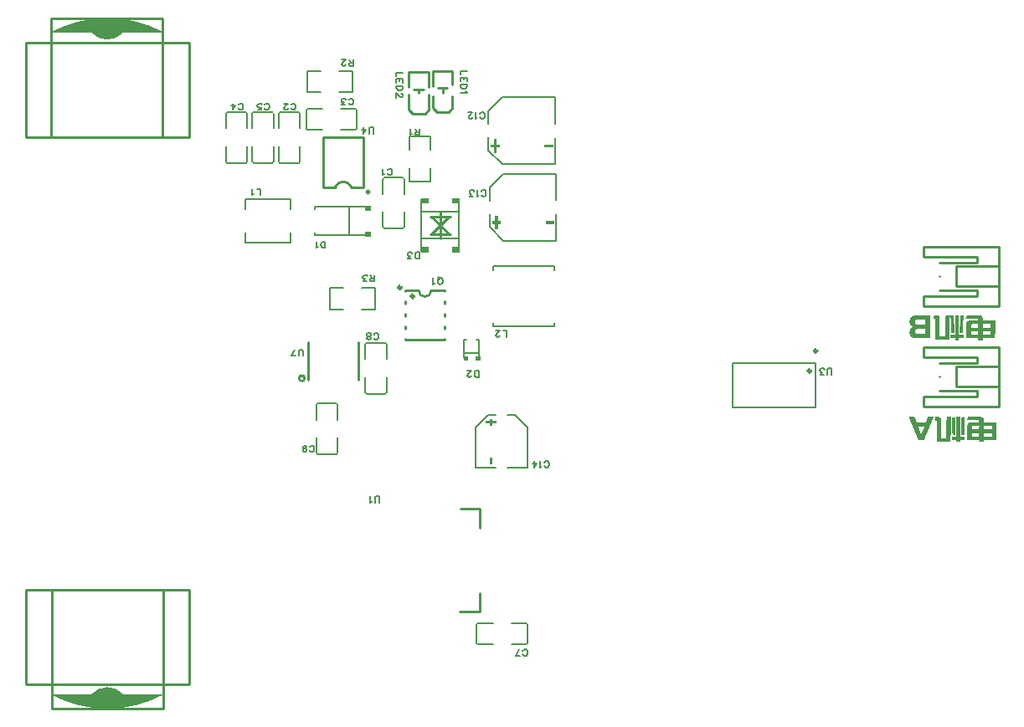
<source format=gto>
G04 Layer: TopSilkscreenLayer*
G04 EasyEDA Pro v1.6.32, 2022-10-17 22:27:42*
G04 Gerber Generator version 0.3*
G04 Scale: 100 percent, Rotated: No, Reflected: No*
G04 Dimensions in millimeters*
G04 Leading zeros omitted, absolute positions, 4 integers and 2 decimals*
G04 Panelize: V-CUT, Column: 1, Row: 1, Board Size: 99.693mm x 90.043mm, Panelized Board Size: 99.693mm x 95.438mm, Panelized Method: Only Board Outline*
%FSLAX42Y42*%
%MOMM*%
%ADD10C,0.1524*%
%ADD11C,0.254*%
%ADD12C,0.00508*%
%ADD13C,0.151994*%
%ADD14C,0.299999*%
%ADD15C,0.29972*%
G75*


G04 Text Start*
G04 //text: U1*
G54D10*
G01X-1974Y-5822D02*
G01X-1974Y-5775D01*
G01X-1977Y-5766D01*
G01X-1983Y-5760D01*
G01X-1992Y-5757D01*
G01X-1998D01*
G01X-2008Y-5760D01*
G01X-2014Y-5766D01*
G01X-2017Y-5775D01*
G01Y-5822D01*
G01X-2047Y-5809D02*
G01X-2053Y-5813D01*
G01X-2062Y-5822D01*
G01Y-5757D01*
G04 //text: U3*
G01X2601Y-4527D02*
G01X2601Y-4480D01*
G01X2598Y-4471D01*
G01X2592Y-4465D01*
G01X2582Y-4462D01*
G01X2576D01*
G01X2567Y-4465D01*
G01X2561Y-4471D01*
G01X2558Y-4480D01*
G01Y-4527D01*
G01X2521Y-4527D02*
G01X2487Y-4527D01*
G01X2506Y-4502D01*
G01X2497D01*
G01X2490Y-4499D01*
G01X2487Y-4496D01*
G01X2484Y-4486D01*
G01Y-4480D01*
G01X2487Y-4471D01*
G01X2494Y-4465D01*
G01X2503Y-4462D01*
G01X2512D01*
G01X2521Y-4465D01*
G01X2525Y-4468D01*
G01X2528Y-4474D01*
G04 //text: U4*
G01X-2031Y-2088D02*
G01X-2031Y-2042D01*
G01X-2035Y-2033D01*
G01X-2041Y-2026D01*
G01X-2050Y-2023D01*
G01X-2056D01*
G01X-2066Y-2026D01*
G01X-2072Y-2033D01*
G01X-2075Y-2042D01*
G01Y-2088D01*
G01X-2136Y-2088D02*
G01X-2105Y-2045D01*
G01X-2151D01*
G01X-2136Y-2088D02*
G01X-2136Y-2023D01*
G04 //text: R1*
G01X-1567Y-2101D02*
G01X-1567Y-2036D01*
G01X-1567Y-2101D02*
G01X-1595Y-2101D01*
G01X-1604Y-2098D01*
G01X-1607Y-2095D01*
G01X-1611Y-2088D01*
G01Y-2082D01*
G01X-1607Y-2076D01*
G01X-1604Y-2073D01*
G01X-1595Y-2070D01*
G01X-1567D01*
G01X-1589Y-2070D02*
G01X-1611Y-2036D01*
G01X-1641Y-2088D02*
G01X-1647Y-2092D01*
G01X-1656Y-2101D01*
G01Y-2036D01*
G04 //text: D1*
G01X-2520Y-3244D02*
G01X-2520Y-3179D01*
G01X-2520Y-3244D02*
G01X-2541Y-3244D01*
G01X-2551Y-3241D01*
G01X-2557Y-3235D01*
G01X-2560Y-3228D01*
G01X-2563Y-3219D01*
G01Y-3204D01*
G01X-2560Y-3194D01*
G01X-2557Y-3188D01*
G01X-2551Y-3182D01*
G01X-2541Y-3179D01*
G01X-2520D01*
G01X-2593Y-3231D02*
G01X-2599Y-3235D01*
G01X-2609Y-3244D01*
G01Y-3179D01*
G04 //text: L1*
G01X-3173Y-2710D02*
G01X-3173Y-2645D01*
G01X-3173Y-2645D02*
G01X-3211Y-2645D01*
G01X-3241Y-2698D02*
G01X-3247Y-2701D01*
G01X-3256Y-2710D01*
G01Y-2645D01*
G04 //text: C1*
G01X-1890Y-2492D02*
G01X-1887Y-2498D01*
G01X-1881Y-2504D01*
G01X-1875Y-2507D01*
G01X-1862D01*
G01X-1856Y-2504D01*
G01X-1850Y-2498D01*
G01X-1847Y-2492D01*
G01X-1844Y-2483D01*
G01Y-2467D01*
G01X-1847Y-2458D01*
G01X-1850Y-2452D01*
G01X-1856Y-2445D01*
G01X-1862Y-2442D01*
G01X-1875D01*
G01X-1881Y-2445D01*
G01X-1887Y-2452D01*
G01X-1890Y-2458D01*
G01X-1920Y-2495D02*
G01X-1926Y-2498D01*
G01X-1935Y-2507D01*
G01Y-2442D01*
G04 //text: C2*
G01X-2865Y-1831D02*
G01X-2862Y-1838D01*
G01X-2856Y-1844D01*
G01X-2850Y-1847D01*
G01X-2837D01*
G01X-2831Y-1844D01*
G01X-2825Y-1838D01*
G01X-2822Y-1831D01*
G01X-2819Y-1822D01*
G01Y-1807D01*
G01X-2822Y-1797D01*
G01X-2825Y-1791D01*
G01X-2831Y-1785D01*
G01X-2837Y-1782D01*
G01X-2850D01*
G01X-2856Y-1785D01*
G01X-2862Y-1791D01*
G01X-2865Y-1797D01*
G01X-2899Y-1831D02*
G01X-2899Y-1834D01*
G01X-2902Y-1841D01*
G01X-2905Y-1844D01*
G01X-2911Y-1847D01*
G01X-2923D01*
G01X-2929Y-1844D01*
G01X-2933Y-1841D01*
G01X-2936Y-1834D01*
G01Y-1828D01*
G01X-2933Y-1822D01*
G01X-2926Y-1813D01*
G01X-2895Y-1782D01*
G01X-2939D01*
G04 //text: C3*
G01X-2280Y-1781D02*
G01X-2277Y-1787D01*
G01X-2271Y-1793D01*
G01X-2265Y-1796D01*
G01X-2252D01*
G01X-2246Y-1793D01*
G01X-2240Y-1787D01*
G01X-2237Y-1781D01*
G01X-2234Y-1771D01*
G01Y-1756D01*
G01X-2237Y-1747D01*
G01X-2240Y-1740D01*
G01X-2246Y-1734D01*
G01X-2252Y-1731D01*
G01X-2265D01*
G01X-2271Y-1734D01*
G01X-2277Y-1740D01*
G01X-2280Y-1747D01*
G01X-2316Y-1796D02*
G01X-2351Y-1796D01*
G01X-2332Y-1771D01*
G01X-2341D01*
G01X-2347Y-1768D01*
G01X-2351Y-1765D01*
G01X-2354Y-1756D01*
G01Y-1750D01*
G01X-2351Y-1740D01*
G01X-2344Y-1734D01*
G01X-2335Y-1731D01*
G01X-2326D01*
G01X-2316Y-1734D01*
G01X-2313Y-1737D01*
G01X-2310Y-1743D01*
G04 //text: C4*
G01X-3396Y-1831D02*
G01X-3393Y-1838D01*
G01X-3386Y-1844D01*
G01X-3380Y-1847D01*
G01X-3368D01*
G01X-3362Y-1844D01*
G01X-3355Y-1838D01*
G01X-3352Y-1831D01*
G01X-3349Y-1822D01*
G01Y-1807D01*
G01X-3352Y-1797D01*
G01X-3355Y-1791D01*
G01X-3362Y-1785D01*
G01X-3368Y-1782D01*
G01X-3380D01*
G01X-3386Y-1785D01*
G01X-3393Y-1791D01*
G01X-3396Y-1797D01*
G01X-3457Y-1847D02*
G01X-3426Y-1804D01*
G01X-3472D01*
G01X-3457Y-1847D02*
G01X-3457Y-1782D01*
G04 //text: C5*
G01X-3132Y-1831D02*
G01X-3129Y-1838D01*
G01X-3123Y-1844D01*
G01X-3117Y-1847D01*
G01X-3104D01*
G01X-3098Y-1844D01*
G01X-3092Y-1838D01*
G01X-3089Y-1831D01*
G01X-3086Y-1822D01*
G01Y-1807D01*
G01X-3089Y-1797D01*
G01X-3092Y-1791D01*
G01X-3098Y-1785D01*
G01X-3104Y-1782D01*
G01X-3117D01*
G01X-3123Y-1785D01*
G01X-3129Y-1791D01*
G01X-3132Y-1797D01*
G01X-3199Y-1847D02*
G01X-3168Y-1847D01*
G01X-3165Y-1819D01*
G01X-3168Y-1822D01*
G01X-3178Y-1825D01*
G01X-3187D01*
G01X-3196Y-1822D01*
G01X-3202Y-1816D01*
G01X-3205Y-1807D01*
G01Y-1800D01*
G01X-3202Y-1791D01*
G01X-3196Y-1785D01*
G01X-3187Y-1782D01*
G01X-3178D01*
G01X-3168Y-1785D01*
G01X-3165Y-1788D01*
G01X-3162Y-1794D01*
G04 //text: R2*
G01X-2238Y-1402D02*
G01X-2238Y-1337D01*
G01X-2238Y-1402D02*
G01X-2266Y-1402D01*
G01X-2275Y-1399D01*
G01X-2278Y-1396D01*
G01X-2281Y-1390D01*
G01Y-1384D01*
G01X-2278Y-1378D01*
G01X-2275Y-1375D01*
G01X-2266Y-1371D01*
G01X-2238D01*
G01X-2259Y-1371D02*
G01X-2281Y-1337D01*
G01X-2314Y-1387D02*
G01X-2314Y-1390D01*
G01X-2317Y-1396D01*
G01X-2321Y-1399D01*
G01X-2327Y-1402D01*
G01X-2339D01*
G01X-2345Y-1399D01*
G01X-2348Y-1396D01*
G01X-2352Y-1390D01*
G01Y-1384D01*
G01X-2348Y-1378D01*
G01X-2342Y-1368D01*
G01X-2311Y-1337D01*
G01X-2355D01*
G04 //text: LED1*
G01X-1087Y-1451D02*
G01X-1152Y-1451D01*
G01X-1152Y-1451D02*
G01X-1152Y-1488D01*
G01X-1087Y-1519D02*
G01X-1152Y-1519D01*
G01X-1087Y-1519D02*
G01X-1087Y-1559D01*
G01X-1118Y-1519D02*
G01X-1118Y-1543D01*
G01X-1152Y-1519D02*
G01X-1152Y-1559D01*
G01X-1087Y-1589D02*
G01X-1152Y-1589D01*
G01X-1087Y-1589D02*
G01X-1087Y-1611D01*
G01X-1090Y-1620D01*
G01X-1096Y-1626D01*
G01X-1102Y-1629D01*
G01X-1112Y-1632D01*
G01X-1127D01*
G01X-1136Y-1629D01*
G01X-1142Y-1626D01*
G01X-1149Y-1620D01*
G01X-1152Y-1611D01*
G01Y-1589D01*
G01X-1099Y-1662D02*
G01X-1096Y-1668D01*
G01X-1087Y-1678D01*
G01X-1152D01*
G04 //text: LED2*
G01X-1735Y-1468D02*
G01X-1800Y-1468D01*
G01X-1800Y-1468D02*
G01X-1800Y-1505D01*
G01X-1735Y-1535D02*
G01X-1800Y-1535D01*
G01X-1735Y-1535D02*
G01X-1735Y-1576D01*
G01X-1766Y-1535D02*
G01X-1766Y-1560D01*
G01X-1800Y-1535D02*
G01X-1800Y-1576D01*
G01X-1735Y-1606D02*
G01X-1800Y-1606D01*
G01X-1735Y-1606D02*
G01X-1735Y-1627D01*
G01X-1738Y-1637D01*
G01X-1744Y-1643D01*
G01X-1750Y-1646D01*
G01X-1759Y-1649D01*
G01X-1775D01*
G01X-1784Y-1646D01*
G01X-1790Y-1643D01*
G01X-1797Y-1637D01*
G01X-1800Y-1627D01*
G01Y-1606D01*
G01X-1750Y-1682D02*
G01X-1747Y-1682D01*
G01X-1741Y-1685D01*
G01X-1738Y-1688D01*
G01X-1735Y-1695D01*
G01Y-1707D01*
G01X-1738Y-1713D01*
G01X-1741Y-1716D01*
G01X-1747Y-1719D01*
G01X-1753D01*
G01X-1759Y-1716D01*
G01X-1769Y-1710D01*
G01X-1800Y-1679D01*
G01Y-1722D01*
G04 //text: C7*
G01X-521Y-7358D02*
G01X-518Y-7365D01*
G01X-511Y-7371D01*
G01X-505Y-7374D01*
G01X-493D01*
G01X-487Y-7371D01*
G01X-480Y-7365D01*
G01X-477Y-7358D01*
G01X-474Y-7349D01*
G01Y-7334D01*
G01X-477Y-7324D01*
G01X-480Y-7318D01*
G01X-487Y-7312D01*
G01X-493Y-7309D01*
G01X-505D01*
G01X-511Y-7312D01*
G01X-518Y-7318D01*
G01X-521Y-7324D01*
G01X-594Y-7374D02*
G01X-563Y-7309D01*
G01X-551Y-7374D02*
G01X-594Y-7374D01*
G04 //text: U7*
G01X-2746Y-4336D02*
G01X-2746Y-4290D01*
G01X-2749Y-4280D01*
G01X-2755Y-4274D01*
G01X-2764Y-4271D01*
G01X-2771D01*
G01X-2780Y-4274D01*
G01X-2786Y-4280D01*
G01X-2789Y-4290D01*
G01Y-4336D01*
G01X-2863Y-4336D02*
G01X-2832Y-4271D01*
G01X-2819Y-4336D02*
G01X-2863Y-4336D01*
G04 //text: Q1*
G01X-1351Y-3612D02*
G01X-1345Y-3609D01*
G01X-1339Y-3603D01*
G01X-1336Y-3597D01*
G01X-1332Y-3587D01*
G01Y-3572D01*
G01X-1336Y-3563D01*
G01X-1339Y-3557D01*
G01X-1345Y-3550D01*
G01X-1351Y-3547D01*
G01X-1363D01*
G01X-1370Y-3550D01*
G01X-1376Y-3557D01*
G01X-1379Y-3563D01*
G01X-1382Y-3572D01*
G01Y-3587D01*
G01X-1379Y-3597D01*
G01X-1376Y-3603D01*
G01X-1370Y-3609D01*
G01X-1363Y-3612D01*
G01X-1351D01*
G01X-1360Y-3560D02*
G01X-1379Y-3541D01*
G01X-1412Y-3600D02*
G01X-1418Y-3603D01*
G01X-1427Y-3612D01*
G01Y-3547D01*
G04 //text: D2*
G01X-968Y-4552D02*
G01X-968Y-4487D01*
G01X-968Y-4552D02*
G01X-989Y-4552D01*
G01X-999Y-4549D01*
G01X-1005Y-4543D01*
G01X-1008Y-4536D01*
G01X-1011Y-4527D01*
G01Y-4512D01*
G01X-1008Y-4502D01*
G01X-1005Y-4496D01*
G01X-999Y-4490D01*
G01X-989Y-4487D01*
G01X-968D01*
G01X-1044Y-4536D02*
G01X-1044Y-4539D01*
G01X-1047Y-4546D01*
G01X-1051Y-4549D01*
G01X-1057Y-4552D01*
G01X-1069D01*
G01X-1075Y-4549D01*
G01X-1078Y-4546D01*
G01X-1082Y-4539D01*
G01Y-4533D01*
G01X-1078Y-4527D01*
G01X-1072Y-4518D01*
G01X-1041Y-4487D01*
G01X-1085D01*
G04 //text: L2*
G01X-687Y-4146D02*
G01X-687Y-4081D01*
G01X-687Y-4081D02*
G01X-724Y-4081D01*
G01X-757Y-4130D02*
G01X-757Y-4133D01*
G01X-760Y-4139D01*
G01X-763Y-4142D01*
G01X-770Y-4146D01*
G01X-782D01*
G01X-788Y-4142D01*
G01X-791Y-4139D01*
G01X-794Y-4133D01*
G01Y-4127D01*
G01X-791Y-4121D01*
G01X-785Y-4111D01*
G01X-754Y-4081D01*
G01X-798D01*
G04 //text: R3*
G01X-2022Y-3583D02*
G01X-2022Y-3518D01*
G01X-2022Y-3583D02*
G01X-2050Y-3583D01*
G01X-2059Y-3580D01*
G01X-2062Y-3577D01*
G01X-2065Y-3570D01*
G01Y-3564D01*
G01X-2062Y-3558D01*
G01X-2059Y-3555D01*
G01X-2050Y-3552D01*
G01X-2022D01*
G01X-2043Y-3552D02*
G01X-2065Y-3518D01*
G01X-2101Y-3583D02*
G01X-2135Y-3583D01*
G01X-2117Y-3558D01*
G01X-2126D01*
G01X-2132Y-3555D01*
G01X-2135Y-3552D01*
G01X-2139Y-3543D01*
G01Y-3536D01*
G01X-2135Y-3527D01*
G01X-2129Y-3521D01*
G01X-2120Y-3518D01*
G01X-2111D01*
G01X-2101Y-3521D01*
G01X-2098Y-3524D01*
G01X-2095Y-3530D01*
G04 //text: C8*
G01X-2027Y-4155D02*
G01X-2024Y-4162D01*
G01X-2018Y-4168D01*
G01X-2012Y-4171D01*
G01X-1999D01*
G01X-1993Y-4168D01*
G01X-1987Y-4162D01*
G01X-1984Y-4155D01*
G01X-1981Y-4146D01*
G01Y-4131D01*
G01X-1984Y-4121D01*
G01X-1987Y-4115D01*
G01X-1993Y-4109D01*
G01X-1999Y-4106D01*
G01X-2012D01*
G01X-2018Y-4109D01*
G01X-2024Y-4115D01*
G01X-2027Y-4121D01*
G01X-2073Y-4171D02*
G01X-2063Y-4168D01*
G01X-2060Y-4162D01*
G01Y-4155D01*
G01X-2063Y-4149D01*
G01X-2070Y-4146D01*
G01X-2082Y-4143D01*
G01X-2091Y-4140D01*
G01X-2098Y-4134D01*
G01X-2101Y-4128D01*
G01Y-4118D01*
G01X-2098Y-4112D01*
G01X-2094Y-4109D01*
G01X-2085Y-4106D01*
G01X-2073D01*
G01X-2063Y-4109D01*
G01X-2060Y-4112D01*
G01X-2057Y-4118D01*
G01Y-4128D01*
G01X-2060Y-4134D01*
G01X-2067Y-4140D01*
G01X-2076Y-4143D01*
G01X-2088Y-4146D01*
G01X-2094Y-4149D01*
G01X-2098Y-4155D01*
G01Y-4162D01*
G01X-2094Y-4168D01*
G01X-2085Y-4171D01*
G01X-2073D01*
G04 //text: C9*
G01X-2677Y-5294D02*
G01X-2674Y-5300D01*
G01X-2667Y-5306D01*
G01X-2661Y-5309D01*
G01X-2649D01*
G01X-2643Y-5306D01*
G01X-2636Y-5300D01*
G01X-2633Y-5294D01*
G01X-2630Y-5285D01*
G01Y-5269D01*
G01X-2633Y-5260D01*
G01X-2636Y-5254D01*
G01X-2643Y-5247D01*
G01X-2649Y-5244D01*
G01X-2661D01*
G01X-2667Y-5247D01*
G01X-2674Y-5254D01*
G01X-2677Y-5260D01*
G01X-2747Y-5288D02*
G01X-2744Y-5278D01*
G01X-2738Y-5272D01*
G01X-2729Y-5269D01*
G01X-2725D01*
G01X-2716Y-5272D01*
G01X-2710Y-5278D01*
G01X-2707Y-5288D01*
G01Y-5291D01*
G01X-2710Y-5300D01*
G01X-2716Y-5306D01*
G01X-2725Y-5309D01*
G01X-2729D01*
G01X-2738Y-5306D01*
G01X-2744Y-5300D01*
G01X-2747Y-5288D01*
G01Y-5272D01*
G01X-2744Y-5257D01*
G01X-2738Y-5247D01*
G01X-2729Y-5244D01*
G01X-2722D01*
G01X-2713Y-5247D01*
G01X-2710Y-5254D01*
G04 //text: 电机A*
G36*
G01X3666Y-4954D02*
G01X3657Y-4954D01*
G01X3654Y-4955D01*
G01X3653D01*
G01X3652D01*
G01Y-4956D01*
G01X3651D01*
G01X3650Y-4957D01*
G01Y-4958D01*
G01Y-4959D01*
G01X3649Y-4962D01*
G01Y-4964D01*
G01X3648Y-4965D01*
G01X3647Y-4967D01*
G01X3646Y-4969D01*
G01Y-4973D01*
G01X3644Y-4978D01*
G01X3643Y-4981D01*
G01X3642Y-4984D01*
G01Y-4987D01*
G01X3641Y-4989D01*
G01X3648D01*
G01X3653D01*
G01X3656Y-4990D01*
G01X3657D01*
G01X3658D01*
G01X3660Y-4991D01*
G01X3661Y-4992D01*
G01Y-4993D01*
G01X3662Y-4994D01*
G01Y-4996D01*
G01Y-4999D01*
G01X3663Y-5102D01*
G01Y-5203D01*
G01X3665Y-5204D01*
G01X3666D01*
G01X3694D01*
G01X3736Y-5205D01*
G01X3805D01*
G01Y-5201D01*
G01Y-5198D01*
G01X3806Y-5091D01*
G01Y-4984D01*
G01Y-4983D01*
G01X3808Y-4978D01*
G01X3809Y-4973D01*
G01X3810Y-4969D01*
G01X3811Y-4966D01*
G01X3812Y-4961D01*
G01X3813Y-4958D01*
G01Y-4957D01*
G01Y-4956D01*
G01X3812D01*
G01Y-4955D01*
G01X3811D01*
G01X3808Y-4954D01*
G01X3792D01*
G01X3775D01*
G01X3773Y-4955D01*
G01X3772D01*
G01X3771Y-4956D01*
G01X3770Y-4957D01*
G01X3768Y-4962D01*
G01Y-4964D01*
G01Y-4965D01*
G01Y-4967D01*
G01X3767Y-4968D01*
G01Y-4969D01*
G01X3766Y-4971D01*
G01Y-4972D01*
G01Y-4973D01*
G01Y-4974D01*
G01X3765Y-4976D01*
G01Y-4978D01*
G01X3763Y-4983D01*
G01Y-4986D01*
G01Y-4987D01*
G01X3762Y-4990D01*
G01Y-4992D01*
G01Y-4993D01*
G01X3761Y-5081D01*
G01Y-5168D01*
G01X3759Y-5169D01*
G01X3758D01*
G01X3747D01*
G01X3732Y-5170D01*
G01X3707D01*
G01Y-5074D01*
G01X3706Y-4979D01*
G01Y-4976D01*
G01Y-4975D01*
G01X3705Y-4973D01*
G01X3704Y-4971D01*
G01Y-4970D01*
G01X3703Y-4968D01*
G01X3702Y-4966D01*
G01X3701Y-4965D01*
G01X3700Y-4964D01*
G01X3699Y-4963D01*
G01X3697Y-4962D01*
G01X3696Y-4961D01*
G01X3695Y-4959D01*
G01X3694D01*
G01X3693Y-4958D01*
G01X3691D01*
G01X3688Y-4957D01*
G01X3686Y-4956D01*
G01X3685D01*
G01X3684Y-4955D01*
G01X3681D01*
G01X3679D01*
G01X3678D01*
G01X3677D01*
G01X3676Y-4954D01*
G01X3668D01*
G37*
G36*
G01X3409Y-4954D02*
G01X3391Y-4955D01*
G01X3387D01*
G01X3385D01*
G01X3384D01*
G01X3383Y-4956D01*
G01Y-4957D01*
G01Y-4958D01*
G01X3384Y-4961D01*
G01X3386Y-4965D01*
G01X3387Y-4968D01*
G01X3389Y-4973D01*
G01X3390Y-4975D01*
G01X3392Y-4980D01*
G01X3393Y-4983D01*
G01X3394Y-4985D01*
G01X3395Y-4986D01*
G01X3396Y-4988D01*
G01X3397Y-4991D01*
G01X3398Y-4994D01*
G01X3399Y-4996D01*
G01X3400Y-4999D01*
G01X3401Y-5000D01*
G01Y-5001D01*
G01X3402Y-5002D01*
G01Y-5003D01*
G01X3403Y-5006D01*
G01Y-5007D01*
G01X3404Y-5008D01*
G01Y-5009D01*
G01X3405Y-5010D01*
G01Y-5011D01*
G01X3406Y-5013D01*
G01Y-5015D01*
G01X3407Y-5016D01*
G01X3408Y-5017D01*
G01Y-5018D01*
G01X3410Y-5023D01*
G01X3411Y-5025D01*
G01X3412Y-5027D01*
G01X3413Y-5028D01*
G01X3414Y-5032D01*
G01X3415Y-5035D01*
G01X3416Y-5037D01*
G01X3417Y-5040D01*
G01X3418Y-5043D01*
G01X3419Y-5044D01*
G01X3420Y-5047D01*
G01X3421Y-5050D01*
G01X3422Y-5052D01*
G01X3475D01*
G01X3476D01*
G01X3477D01*
G01X3483Y-5051D01*
G01X3507D01*
G01X3537D01*
G01X3539D01*
G01Y-5052D01*
G01Y-5053D01*
G01Y-5054D01*
G01X3536Y-5060D01*
G01X3535Y-5063D01*
G01X3533Y-5067D01*
G01X3532Y-5070D01*
G01Y-5072D01*
G01X3530Y-5074D01*
G01X3529Y-5077D01*
G01X3528Y-5079D01*
G01X3527Y-5083D01*
G01X3526Y-5086D01*
G01X3525Y-5088D01*
G01X3524Y-5090D01*
G01X3523Y-5093D01*
G01X3522Y-5095D01*
G01X3521Y-5097D01*
G01Y-5098D01*
G01X3520Y-5099D01*
G01Y-5101D01*
G01X3519Y-5103D01*
G01Y-5104D01*
G01X3518Y-5105D01*
G01X3517Y-5106D01*
G01X3516Y-5109D01*
G01X3515Y-5112D01*
G01X3514Y-5115D01*
G01X3513Y-5118D01*
G01X3512Y-5121D01*
G01X3510Y-5123D01*
G01Y-5125D01*
G01X3509Y-5127D01*
G01Y-5128D01*
G01X3508D01*
G01X3507Y-5129D01*
G01X3506D01*
G01Y-5128D01*
G01X3505Y-5127D01*
G01Y-5126D01*
G01X3503Y-5121D01*
G01X3501Y-5117D01*
G01X3500Y-5114D01*
G01X3498Y-5110D01*
G01X3496Y-5105D01*
G01X3495Y-5101D01*
G01X3493Y-5098D01*
G01X3492Y-5094D01*
G01X3490Y-5090D01*
G01X3489Y-5087D01*
G01X3488Y-5085D01*
G01X3486Y-5081D01*
G01X3485Y-5079D01*
G01X3484Y-5074D01*
G01X3483Y-5071D01*
G01X3482Y-5069D01*
G01X3481Y-5067D01*
G01X3480Y-5066D01*
G01X3479Y-5063D01*
G01X3478Y-5061D01*
G01Y-5060D01*
G01X3477Y-5059D01*
G01Y-5058D01*
G01X3476Y-5054D01*
G01X3475Y-5052D01*
G01X3422D01*
G01X3423Y-5055D01*
G01X3424Y-5057D01*
G01X3425Y-5058D01*
G01Y-5060D01*
G01X3426Y-5062D01*
G01Y-5064D01*
G01X3427Y-5065D01*
G01X3428Y-5066D01*
G01Y-5067D01*
G01X3430Y-5072D01*
G01X3431Y-5074D01*
G01X3432Y-5075D01*
G01X3433Y-5077D01*
G01X3434Y-5080D01*
G01X3435Y-5084D01*
G01X3436Y-5086D01*
G01X3437Y-5089D01*
G01X3438Y-5091D01*
G01X3439Y-5093D01*
G01X3440Y-5096D01*
G01X3441Y-5099D01*
G01X3442Y-5101D01*
G01X3443Y-5104D01*
G01X3444Y-5105D01*
G01X3445Y-5106D01*
G01Y-5107D01*
G01Y-5108D01*
G01X3446Y-5111D01*
G01X3447Y-5112D01*
G01Y-5113D01*
G01X3448Y-5114D01*
G01Y-5115D01*
G01X3449Y-5116D01*
G01Y-5118D01*
G01X3450Y-5120D01*
G01Y-5121D01*
G01X3451Y-5122D01*
G01X3452Y-5123D01*
G01X3453Y-5128D01*
G01X3455Y-5130D01*
G01Y-5132D01*
G01X3456Y-5133D01*
G01Y-5134D01*
G01X3457Y-5136D01*
G01Y-5138D01*
G01X3458Y-5139D01*
G01Y-5140D01*
G01X3459Y-5141D01*
G01X3460Y-5144D01*
G01X3461Y-5147D01*
G01X3463Y-5152D01*
G01X3464Y-5154D01*
G01X3466Y-5159D01*
G01X3467Y-5162D01*
G01X3468Y-5164D01*
G01X3469Y-5166D01*
G01X3470Y-5167D01*
G01X3471Y-5170D01*
G01X3472Y-5173D01*
G01X3473Y-5175D01*
G01X3474Y-5178D01*
G01X3475Y-5180D01*
G01X3476Y-5181D01*
G01Y-5183D01*
G01X3477Y-5184D01*
G01Y-5185D01*
G01Y-5186D01*
G01X3478D01*
G01Y-5187D01*
G01X3479D01*
G01X3480Y-5188D01*
G01X3481D01*
G01X3482D01*
G01X3486D01*
G01X3505Y-5189D01*
G01X3508D01*
G01X3529Y-5188D01*
G01X3532D01*
G01X3534D01*
G01X3535D01*
G01X3536Y-5187D01*
G01Y-5186D01*
G01X3537Y-5185D01*
G01X3538Y-5181D01*
G01X3539Y-5179D01*
G01X3540Y-5178D01*
G01X3541Y-5177D01*
G01Y-5176D01*
G01X3542Y-5173D01*
G01Y-5172D01*
G01X3543Y-5171D01*
G01Y-5170D01*
G01X3544Y-5169D01*
G01Y-5168D01*
G01X3545Y-5166D01*
G01Y-5164D01*
G01X3546Y-5163D01*
G01Y-5162D01*
G01X3547Y-5160D01*
G01X3548Y-5157D01*
G01X3550Y-5154D01*
G01Y-5153D01*
G01X3551Y-5150D01*
G01X3553Y-5145D01*
G01X3555Y-5139D01*
G01X3557Y-5136D01*
G01X3559Y-5133D01*
G01X3560Y-5129D01*
G01X3562Y-5125D01*
G01X3563Y-5122D01*
G01X3564Y-5120D01*
G01X3565Y-5117D01*
G01X3566Y-5114D01*
G01X3567Y-5113D01*
G01X3568Y-5110D01*
G01X3569Y-5107D01*
G01X3570Y-5105D01*
G01X3571Y-5103D01*
G01Y-5102D01*
G01X3572Y-5101D01*
G01Y-5099D01*
G01X3573Y-5097D01*
G01Y-5096D01*
G01X3574Y-5095D01*
G01X3575Y-5094D01*
G01X3576Y-5091D01*
G01X3577Y-5088D01*
G01X3579Y-5083D01*
G01X3580Y-5081D01*
G01X3582Y-5076D01*
G01X3583Y-5073D01*
G01X3584Y-5071D01*
G01X3585Y-5070D01*
G01Y-5068D01*
G01X3586Y-5065D01*
G01X3588Y-5062D01*
G01X3589Y-5060D01*
G01X3590Y-5057D01*
G01Y-5056D01*
G01X3591Y-5055D01*
G01Y-5054D01*
G01X3592Y-5053D01*
G01X3593Y-5049D01*
G01Y-5048D01*
G01X3594Y-5047D01*
G01X3595Y-5046D01*
G01Y-5045D01*
G01X3596Y-5043D01*
G01Y-5041D01*
G01X3597Y-5040D01*
G01Y-5039D01*
G01X3598Y-5038D01*
G01X3600Y-5033D01*
G01X3601Y-5030D01*
G01X3602Y-5029D01*
G01Y-5027D01*
G01X3603Y-5024D01*
G01X3605Y-5021D01*
G01X3606Y-5019D01*
G01X3607Y-5016D01*
G01X3608Y-5013D01*
G01X3609Y-5011D01*
G01X3610Y-5008D01*
G01X3611Y-5007D01*
G01Y-5006D01*
G01X3612Y-5005D01*
G01Y-5004D01*
G01X3613Y-5001D01*
G01Y-5000D01*
G01X3614Y-4999D01*
G01Y-4998D01*
G01X3615Y-4997D01*
G01Y-4996D01*
G01X3616Y-4994D01*
G01Y-4992D01*
G01X3617Y-4991D01*
G01X3618Y-4990D01*
G01Y-4989D01*
G01X3619Y-4986D01*
G01X3620Y-4983D01*
G01X3623Y-4978D01*
G01Y-4976D01*
G01X3625Y-4972D01*
G01X3627Y-4967D01*
G01X3628Y-4964D01*
G01X3630Y-4960D01*
G01X3631Y-4958D01*
G01Y-4956D01*
G01X3632Y-4955D01*
G01X3631D01*
G01X3627Y-4954D01*
G01X3603D01*
G01X3585Y-4955D01*
G01X3580D01*
G01X3577D01*
G01X3576Y-4956D01*
G01X3575D01*
G01X3574D01*
G01X3573Y-4957D01*
G01Y-4959D01*
G01X3572Y-4960D01*
G01X3571Y-4961D01*
G01X3567Y-4972D01*
G01X3566Y-4975D01*
G01X3564Y-4979D01*
G01X3563Y-4981D01*
G01X3561Y-4986D01*
G01X3560Y-4989D01*
G01X3559Y-4991D01*
G01X3558Y-4993D01*
G01X3557Y-4995D01*
G01X3556Y-4998D01*
G01X3555Y-5000D01*
G01X3554Y-5001D01*
G01X3553Y-5006D01*
G01X3552Y-5007D01*
G01X3551Y-5008D01*
G01X3550Y-5009D01*
G01X3549D01*
G01X3548D01*
G01X3547D01*
G01X3504Y-5008D01*
G01X3473D01*
G01X3466Y-5007D01*
G01X3464D01*
G01X3463D01*
G01X3462D01*
G01Y-5006D01*
G01X3461Y-5004D01*
G01X3459Y-5000D01*
G01X3458Y-4996D01*
G01X3456Y-4992D01*
G01X3455Y-4989D01*
G01X3454Y-4987D01*
G01X3452Y-4983D01*
G01Y-4981D01*
G01X3450Y-4978D01*
G01X3448Y-4974D01*
G01X3447Y-4972D01*
G01X3443Y-4961D01*
G01X3442Y-4959D01*
G01X3441Y-4957D01*
G01X3440Y-4956D01*
G01X3438Y-4955D01*
G01X3437D01*
G01X3436D01*
G01X3425Y-4954D01*
G37*
G36*
G01X4049Y-4954D02*
G01X3994Y-4955D01*
G01X3987D01*
G01X3985Y-4956D01*
G01X3984D01*
G01X3983D01*
G01Y-4957D01*
G01Y-4958D01*
G01X3982Y-4959D01*
G01X3981Y-4960D01*
G01X3980Y-4962D01*
G01X3979Y-4965D01*
G01X3978Y-4966D01*
G01Y-4967D01*
G01X3977Y-4968D01*
G01X3976Y-4969D01*
G01X3975Y-4972D01*
G01X3974Y-4973D01*
G01Y-4974D01*
G01X3972Y-4977D01*
G01X3971Y-4978D01*
G01Y-4979D01*
G01X3969Y-4982D01*
G01X3968Y-4984D01*
G01Y-4985D01*
G01Y-4986D01*
G01Y-4987D01*
G01X3969D01*
G01X3974Y-4988D01*
G01X4029D01*
G01X4079Y-4989D01*
G01X4086D01*
G01X4088Y-4990D01*
G01X4090D01*
G01X4091D01*
G01Y-4991D01*
G01X4092Y-4992D01*
G01Y-4993D01*
G01X4093Y-4994D01*
G01Y-4995D01*
G01Y-4997D01*
G01Y-5001D01*
G01Y-5009D01*
G01X4050D01*
G01X4006Y-5010D01*
G01X4005D01*
G01X4004D01*
G01X4002D01*
G01X3999Y-5011D01*
G01X3998D01*
G01X3997D01*
G01X3995Y-5012D01*
G01X3993Y-5013D01*
G01X3991D01*
G01X3990Y-5014D01*
G01X3989Y-5015D01*
G01X3984Y-5018D01*
G01X3983Y-5019D01*
G01X3982Y-5020D01*
G01X3981Y-5021D01*
G01X3980Y-5024D01*
G01X3979Y-5025D01*
G01X3977Y-5027D01*
G01Y-5029D01*
G01X3976Y-5030D01*
G01Y-5031D01*
G01X3975Y-5033D01*
G01Y-5034D01*
G01X3974Y-5036D01*
G01Y-5037D01*
G01X3973Y-5045D01*
G01Y-5047D01*
G01Y-5083D01*
G01X4022D01*
G01Y-5068D01*
G01Y-5057D01*
G01X4023Y-5054D01*
G01Y-5052D01*
G01Y-5051D01*
G01X4024Y-5049D01*
G01X4025Y-5047D01*
G01X4026Y-5046D01*
G01X4027D01*
G01X4029Y-5045D01*
G01X4031D01*
G01X4034D01*
G01X4065Y-5044D01*
G01X4088Y-5045D01*
G01X4092D01*
G01X4093D01*
G01X4094D01*
G01Y-5046D01*
G01Y-5047D01*
G01Y-5049D01*
G01X4093Y-5051D01*
G01Y-5065D01*
G01Y-5079D01*
G01X4094Y-5081D01*
G01X4093Y-5082D01*
G01X4092D01*
G01X4080D01*
G01X4058Y-5083D01*
G01X4142D01*
G01Y-5063D01*
G01Y-5049D01*
G01Y-5046D01*
G01X4143Y-5045D01*
G01Y-5044D01*
G01X4144D01*
G01X4175D01*
G01X4224D01*
G01Y-5083D01*
G01X4142D01*
G01X4058D01*
G01X4022D01*
G01X3973D01*
G01X3972Y-5117D01*
G01Y-5118D01*
G01X4022D01*
G01X4057D01*
G01X4142D01*
G01X4182D01*
G01X4220D01*
G01X4222D01*
G01X4223Y-5119D01*
G01Y-5120D01*
G01Y-5121D01*
G01X4224Y-5123D01*
G01Y-5138D01*
G01Y-5154D01*
G01X4142D01*
G01Y-5118D01*
G01X4057D01*
G01X4091D01*
G01X4092D01*
G01X4093D01*
G01Y-5119D01*
G01X4094Y-5120D01*
G01Y-5121D01*
G01Y-5122D01*
G01Y-5123D01*
G01X4093Y-5125D01*
G01Y-5137D01*
G01Y-5149D01*
G01X4094Y-5151D01*
G01Y-5152D01*
G01X4093D01*
G01X4092Y-5153D01*
G01X4085D01*
G01X4058Y-5154D01*
G01X4022D01*
G01Y-5118D01*
G01X3972D01*
G01X3973Y-5180D01*
G01Y-5184D01*
G01X3974Y-5186D01*
G01Y-5187D01*
G01X3975D01*
G01X3978Y-5188D01*
G01X3998D01*
G01X4035Y-5189D01*
G01X4094D01*
G01Y-5192D01*
G01X4093Y-5195D01*
G01Y-5200D01*
G01Y-5202D01*
G01X4094Y-5204D01*
G01Y-5205D01*
G01Y-5206D01*
G01X4095D01*
G01Y-5207D01*
G01X4096D01*
G01X4097D01*
G01X4102D01*
G01X4119Y-5208D01*
G01X4141D01*
G01X4142Y-5205D01*
G01Y-5203D01*
G01Y-5200D01*
G01Y-5196D01*
G01Y-5189D01*
G01X4266D01*
G01X4267Y-5186D01*
G01Y-5185D01*
G01Y-5097D01*
G01Y-5010D01*
G01X4263D01*
G01X4262D01*
G01X4201Y-5009D01*
G01X4142D01*
G01Y-4995D01*
G01Y-4985D01*
G01Y-4982D01*
G01X4141Y-4980D01*
G01Y-4979D01*
G01X4140Y-4978D01*
G01Y-4976D01*
G01X4139Y-4973D01*
G01X4138Y-4972D01*
G01X4135Y-4967D01*
G01X4134Y-4966D01*
G01X4133Y-4965D01*
G01X4132Y-4964D01*
G01X4130Y-4962D01*
G01X4129Y-4961D01*
G01X4127Y-4960D01*
G01X4126D01*
G01X4122Y-4957D01*
G01X4120D01*
G01X4117Y-4955D01*
G01X4116D01*
G01X4113D01*
G37*
G36*
G01X3833Y-4956D02*
G01X3825Y-4957D01*
G01X3822D01*
G01X3820D01*
G01X3819D01*
G01Y-4958D01*
G01X3818Y-4959D01*
G01Y-4960D01*
G01Y-4961D01*
G01Y-4965D01*
G01X3817Y-4970D01*
G01X3818Y-4980D01*
G01Y-4983D01*
G01Y-4984D01*
G01Y-4991D01*
G01X3819Y-5009D01*
G01Y-5032D01*
G01Y-5034D01*
G01Y-5035D01*
G01Y-5037D01*
G01X3820Y-5047D01*
G01Y-5049D01*
G01Y-5050D01*
G01Y-5051D01*
G01Y-5054D01*
G01X3821Y-5073D01*
G01Y-5093D01*
G01Y-5095D01*
G01Y-5096D01*
G01Y-5097D01*
G01X3822Y-5099D01*
G01Y-5114D01*
G01Y-5116D01*
G01Y-5117D01*
G01X3823Y-5120D01*
G01Y-5126D01*
G01Y-5133D01*
G01X3826Y-5134D01*
G01X3829D01*
G01X3841Y-5135D01*
G01X3855D01*
G01Y-5119D01*
G01X3854Y-5104D01*
G01Y-5102D01*
G01Y-5101D01*
G01Y-5100D01*
G01Y-5098D01*
G01Y-5084D01*
G01X3853Y-5069D01*
G01Y-5067D01*
G01Y-5066D01*
G01Y-5063D01*
G01X3852Y-5052D01*
G01Y-5042D01*
G01Y-5039D01*
G01Y-5038D01*
G01Y-5032D01*
G01X3851Y-5014D01*
G01Y-4992D01*
G01Y-4990D01*
G01Y-4989D01*
G01X3850Y-4987D01*
G01Y-4976D01*
G01Y-4974D01*
G01Y-4973D01*
G01Y-4972D01*
G01X3849Y-4970D01*
G01Y-4963D01*
G01Y-4960D01*
G01Y-4959D01*
G01X3848Y-4958D01*
G01Y-4957D01*
G01X3847D01*
G01X3845D01*
G01X3841D01*
G37*
G36*
G01X3930Y-4956D02*
G01X3923Y-4957D01*
G01X3920D01*
G01X3918D01*
G01X3917D01*
G01X3916Y-4958D01*
G01X3915Y-4959D01*
G01Y-4960D01*
G01Y-4961D01*
G01X3914Y-4962D01*
G01Y-4965D01*
G01Y-4989D01*
G01Y-4991D01*
G01X3913Y-4992D01*
G01Y-4995D01*
G01Y-5007D01*
G01Y-5019D01*
G01Y-5022D01*
G01X3912D01*
G01Y-5023D01*
G01Y-5026D01*
G01Y-5042D01*
G01Y-5058D01*
G01X3911Y-5060D01*
G01Y-5061D01*
G01Y-5064D01*
G01Y-5079D01*
G01X3910Y-5081D01*
G01Y-5082D01*
G01Y-5083D01*
G01Y-5086D01*
G01Y-5104D01*
G01Y-5124D01*
G01X3909Y-5126D01*
G01Y-5127D01*
G01Y-5130D01*
G01Y-5131D01*
G01Y-5132D01*
G01Y-5133D01*
G01X3910D01*
G01Y-5134D01*
G01X3911D01*
G01X3912D01*
G01X3915D01*
G01X3927Y-5135D01*
G01X3941D01*
G01Y-5128D01*
G01Y-5123D01*
G01Y-5121D01*
G01Y-5120D01*
G01Y-5117D01*
G01X3942Y-5106D01*
G01Y-5095D01*
G01Y-5092D01*
G01Y-5091D01*
G01Y-5089D01*
G01X3943Y-5077D01*
G01Y-5066D01*
G01Y-5063D01*
G01Y-5062D01*
G01X3944Y-5060D01*
G01Y-5044D01*
G01Y-5029D01*
G01Y-5026D01*
G01Y-5025D01*
G01X3945Y-5023D01*
G01Y-5010D01*
G01Y-5008D01*
G01Y-5007D01*
G01Y-5006D01*
G01X3946Y-5003D01*
G01Y-4986D01*
G01Y-4967D01*
G01Y-4965D01*
G01X3947Y-4963D01*
G01Y-4962D01*
G01Y-4961D01*
G01Y-4960D01*
G01X3946Y-4959D01*
G01Y-4958D01*
G01X3945Y-4957D01*
G01X3944D01*
G01X3943D01*
G01X3940D01*
G01X3933Y-4956D01*
G37*
G36*
G01X3861Y-4956D02*
G01X3861Y-5151D01*
G01X3839D01*
G01X3824Y-5152D01*
G01X3819D01*
G01X3817D01*
G01X3816Y-5153D01*
G01X3815D01*
G01Y-5154D01*
G01Y-5155D01*
G01Y-5158D01*
G01X3814Y-5170D01*
G01Y-5185D01*
G01X3817Y-5186D01*
G01X3818D01*
G01X3824D01*
G01X3840D01*
G01X3860D01*
G01Y-5189D01*
G01X3861Y-5191D01*
G01Y-5194D01*
G01Y-5199D01*
G01Y-5206D01*
G01X3864D01*
G01X3865D01*
G01X3870D01*
G01X3883Y-5207D01*
G01X3900D01*
G01X3901Y-5204D01*
G01Y-5202D01*
G01Y-5199D01*
G01Y-5194D01*
G01Y-5188D01*
G01X3904Y-5187D01*
G01X3905D01*
G01X3911D01*
G01X3927Y-5186D01*
G01X3947D01*
G01Y-5184D01*
G01X3948Y-5183D01*
G01Y-5180D01*
G01Y-5167D01*
G01Y-5153D01*
G01X3944Y-5152D01*
G01X3942D01*
G01X3930D01*
G01X3921Y-5151D01*
G01X3901D01*
G01Y-4956D01*
G37*
G04 //text: 电机B*
G36*
G01X3653Y-3926D02*
G01X3644Y-3926D01*
G01X3641D01*
G01X3640D01*
G01X3639Y-3927D01*
G01X3638Y-3928D01*
G01X3637Y-3929D01*
G01Y-3930D01*
G01X3636Y-3933D01*
G01Y-3935D01*
G01Y-3936D01*
G01X3635Y-3938D01*
G01X3634Y-3941D01*
G01X3633Y-3944D01*
G01X3632Y-3949D01*
G01X3631Y-3953D01*
G01X3630Y-3955D01*
G01X3629Y-3958D01*
G01Y-3961D01*
G01X3636D01*
G01X3641D01*
G01X3643D01*
G01X3644D01*
G01X3646Y-3962D01*
G01X3647Y-3963D01*
G01X3648D01*
G01X3649Y-3964D01*
G01Y-3966D01*
G01Y-3967D01*
G01X3650Y-3970D01*
G01Y-4073D01*
G01Y-4175D01*
G01X3653D01*
G01X3682Y-4176D01*
G01X3724D01*
G01X3792D01*
G01X3793Y-4172D01*
G01Y-4170D01*
G01Y-4062D01*
G01X3794Y-3956D01*
G01Y-3955D01*
G01X3795Y-3949D01*
G01X3797Y-3944D01*
G01Y-3941D01*
G01X3798Y-3937D01*
G01X3799Y-3932D01*
G01X3800Y-3930D01*
G01Y-3929D01*
G01Y-3928D01*
G01Y-3927D01*
G01X3799D01*
G01Y-3926D01*
G01X3798D01*
G01X3795D01*
G01X3779D01*
G01X3763D01*
G01X3760D01*
G01X3759D01*
G01X3758Y-3927D01*
G01Y-3928D01*
G01X3756Y-3934D01*
G01X3755Y-3936D01*
G01Y-3937D01*
G01Y-3938D01*
G01Y-3939D01*
G01X3754Y-3940D01*
G01Y-3942D01*
G01X3753Y-3943D01*
G01Y-3944D01*
G01Y-3945D01*
G01Y-3948D01*
G01X3752Y-3949D01*
G01X3751Y-3955D01*
G01X3750Y-3957D01*
G01Y-3959D01*
G01Y-3962D01*
G01X3749Y-3963D01*
G01Y-3964D01*
G01Y-3965D01*
G01Y-4053D01*
G01Y-4140D01*
G01X3746D01*
G01X3745D01*
G01X3734Y-4141D01*
G01X3719D01*
G01X3694D01*
G01Y-4045D01*
G01Y-3950D01*
G01Y-3947D01*
G01X3693D01*
G01X3692Y-3945D01*
G01Y-3942D01*
G01X3691Y-3941D01*
G01X3690Y-3939D01*
G01X3689Y-3938D01*
G01X3688Y-3936D01*
G01X3687Y-3935D01*
G01X3686Y-3934D01*
G01X3685Y-3933D01*
G01X3683Y-3932D01*
G01X3682Y-3931D01*
G01X3681Y-3930D01*
G01X3680D01*
G01X3678Y-3929D01*
G01X3675Y-3928D01*
G01X3673Y-3927D01*
G01X3672D01*
G01X3671D01*
G01X3668D01*
G01X3666Y-3926D01*
G01X3665D01*
G01X3663D01*
G01X3656D01*
G37*
G36*
G01X3522Y-3926D02*
G01X3449Y-3926D01*
G01X3448D01*
G01X3447D01*
G01X3445Y-3927D01*
G01X3442D01*
G01X3440D01*
G01X3438Y-3928D01*
G01X3435D01*
G01X3431Y-3929D01*
G01X3428Y-3930D01*
G01X3425D01*
G01X3421Y-3932D01*
G01X3417Y-3934D01*
G01X3415Y-3935D01*
G01X3412Y-3937D01*
G01X3409Y-3939D01*
G01X3406Y-3941D01*
G01X3405Y-3942D01*
G01X3404Y-3944D01*
G01X3402Y-3947D01*
G01X3400Y-3950D01*
G01X3399Y-3951D01*
G01X3398Y-3952D01*
G01X3397Y-3955D01*
G01X3396Y-3956D01*
G01Y-3957D01*
G01X3395Y-3958D01*
G01X3394Y-3959D01*
G01Y-3960D01*
G01X3393Y-3962D01*
G01Y-3964D01*
G01X3392Y-3965D01*
G01Y-3966D01*
G01Y-3967D01*
G01X3391Y-3968D01*
G01Y-3972D01*
G01X3390Y-3976D01*
G01Y-3978D01*
G01X3389Y-3979D01*
G01Y-3980D01*
G01Y-3986D01*
G01Y-3987D01*
G01Y-3988D01*
G01X3388Y-3989D01*
G01Y-3990D01*
G01X3389Y-3992D01*
G01Y-3994D01*
G01Y-3996D01*
G01X3444D01*
G01Y-3994D01*
G01X3445Y-3991D01*
G01Y-3988D01*
G01X3446Y-3985D01*
G01Y-3984D01*
G01X3447Y-3982D01*
G01X3449Y-3979D01*
G01X3451Y-3977D01*
G01X3452Y-3976D01*
G01X3453Y-3974D01*
G01X3454D01*
G01X3457Y-3972D01*
G01X3459Y-3971D01*
G01X3461Y-3970D01*
G01X3462D01*
G01X3470Y-3968D01*
G01X3471D01*
G01X3474D01*
G01X3509D01*
G01X3545D01*
G01X3546D01*
G01X3547D01*
G01Y-3969D01*
G01Y-3972D01*
G01Y-3995D01*
G01Y-4021D01*
G01X3505D01*
G01X3464D01*
G01X3462Y-4020D01*
G01X3457Y-4019D01*
G01X3456Y-4018D01*
G01X3455D01*
G01X3453Y-4017D01*
G01X3452Y-4016D01*
G01X3451Y-4015D01*
G01X3450Y-4013D01*
G01X3449Y-4012D01*
G01X3447Y-4010D01*
G01Y-4009D01*
G01X3446Y-4007D01*
G01Y-4005D01*
G01X3444Y-3996D01*
G01X3389D01*
G01Y-3998D01*
G01Y-4000D01*
G01X3390Y-4001D01*
G01Y-4004D01*
G01X3391Y-4007D01*
G01X3392Y-4009D01*
G01Y-4010D01*
G01X3393Y-4013D01*
G01X3394Y-4016D01*
G01X3395Y-4017D01*
G01X3398Y-4023D01*
G01X3399Y-4024D01*
G01X3400Y-4026D01*
G01X3403Y-4029D01*
G01X3405Y-4031D01*
G01X3407Y-4032D01*
G01X3408Y-4033D01*
G01X3409Y-4034D01*
G01X3410Y-4035D01*
G01X3411Y-4036D01*
G01X3412D01*
G01X3416Y-4039D01*
G01X3417Y-4040D01*
G01X3418D01*
G01Y-4041D01*
G01X3419Y-4042D01*
G01Y-4043D01*
G01Y-4044D01*
G01X3418Y-4045D01*
G01X3417Y-4046D01*
G01X3415D01*
G01X3414Y-4047D01*
G01Y-4048D01*
G01X3413Y-4049D01*
G01X3412D01*
G01Y-4050D01*
G01X3410D01*
G01X3409Y-4051D01*
G01Y-4052D01*
G01X3408Y-4053D01*
G01X3406Y-4054D01*
G01X3405Y-4056D01*
G01X3404D01*
G01X3403Y-4057D01*
G01X3402Y-4060D01*
G01X3401Y-4061D01*
G01X3399Y-4063D01*
G01Y-4065D01*
G01X3398Y-4066D01*
G01X3396Y-4069D01*
G01Y-4070D01*
G01X3395Y-4071D01*
G01X3394Y-4072D01*
G01Y-4073D01*
G01X3393Y-4076D01*
G01X3392Y-4078D01*
G01Y-4079D01*
G01X3391Y-4081D01*
G01Y-4084D01*
G01X3390Y-4088D01*
G01Y-4090D01*
G01X3389Y-4091D01*
G01Y-4092D01*
G01X3444D01*
G01Y-4091D01*
G01X3445Y-4087D01*
G01Y-4085D01*
G01X3446Y-4082D01*
G01Y-4081D01*
G01Y-4080D01*
G01X3448Y-4076D01*
G01X3449Y-4075D01*
G01X3450Y-4074D01*
G01X3451Y-4073D01*
G01X3452Y-4072D01*
G01X3453Y-4071D01*
G01X3454Y-4070D01*
G01X3455Y-4069D01*
G01X3458Y-4068D01*
G01X3459Y-4067D01*
G01X3460Y-4066D01*
G01X3461D01*
G01X3463Y-4065D01*
G01X3465D01*
G01X3468D01*
G01X3508Y-4064D01*
G01X3545Y-4065D01*
G01X3546D01*
G01X3547D01*
G01Y-4066D01*
G01Y-4069D01*
G01Y-4091D01*
G01Y-4117D01*
G01X3508D01*
G01X3469D01*
G01X3467D01*
G01X3466D01*
G01X3464Y-4116D01*
G01X3462D01*
G01X3461D01*
G01X3460D01*
G01X3459Y-4115D01*
G01X3458Y-4114D01*
G01X3454Y-4113D01*
G01X3453Y-4112D01*
G01X3452Y-4111D01*
G01X3451Y-4109D01*
G01X3450D01*
G01X3449Y-4108D01*
G01X3448Y-4107D01*
G01Y-4106D01*
G01X3447Y-4105D01*
G01Y-4103D01*
G01X3446Y-4101D01*
G01Y-4100D01*
G01X3445Y-4095D01*
G01X3444Y-4092D01*
G01X3389D01*
G01Y-4093D01*
G01Y-4097D01*
G01Y-4098D01*
G01X3388Y-4100D01*
G01Y-4101D01*
G01X3389Y-4103D01*
G01Y-4105D01*
G01Y-4108D01*
G01X3390Y-4110D01*
G01Y-4113D01*
G01X3391Y-4116D01*
G01X3392Y-4118D01*
G01Y-4119D01*
G01X3393Y-4120D01*
G01Y-4121D01*
G01Y-4122D01*
G01X3394Y-4125D01*
G01X3395Y-4126D01*
G01Y-4127D01*
G01X3397Y-4130D01*
G01X3398Y-4131D01*
G01X3399Y-4133D01*
G01X3400Y-4135D01*
G01X3402Y-4137D01*
G01X3404Y-4141D01*
G01X3406Y-4142D01*
G01Y-4143D01*
G01X3407Y-4144D01*
G01X3410Y-4145D01*
G01X3411Y-4146D01*
G01X3412Y-4147D01*
G01X3413Y-4148D01*
G01X3414Y-4149D01*
G01X3415D01*
G01X3417Y-4150D01*
G01Y-4151D01*
G01X3418D01*
G01X3419Y-4152D01*
G01X3420D01*
G01X3421Y-4153D01*
G01X3428Y-4155D01*
G01X3430Y-4156D01*
G01X3432Y-4157D01*
G01X3433D01*
G01X3436D01*
G01X3438D01*
G01X3440Y-4158D01*
G01X3443D01*
G01X3447Y-4159D01*
G01X3449D01*
G01X3450D01*
G01X3492Y-4160D01*
G01X3524D01*
G01X3596D01*
G01Y-4157D01*
G01Y-4155D01*
G01X3597Y-4041D01*
G01X3596Y-3929D01*
G01Y-3926D01*
G01X3595D01*
G01X3585D01*
G37*
G36*
G01X4036Y-3926D02*
G01X3981Y-3926D01*
G01X3975Y-3927D01*
G01X3972D01*
G01X3971D01*
G01Y-3928D01*
G01X3970Y-3929D01*
G01Y-3930D01*
G01X3969Y-3931D01*
G01X3968Y-3933D01*
G01X3966Y-3937D01*
G01X3965Y-3938D01*
G01X3964Y-3939D01*
G01X3963Y-3941D01*
G01X3962Y-3943D01*
G01Y-3944D01*
G01X3961Y-3946D01*
G01X3959Y-3948D01*
G01Y-3949D01*
G01X3958Y-3950D01*
G01X3957Y-3953D01*
G01X3956Y-3955D01*
G01X3955Y-3957D01*
G01Y-3958D01*
G01X3956Y-3959D01*
G01X3957D01*
G01X3962D01*
G01X4016D01*
G01X4067Y-3960D01*
G01X4074Y-3961D01*
G01X4076D01*
G01X4077D01*
G01X4078D01*
G01Y-3962D01*
G01X4079D01*
G01Y-3963D01*
G01Y-3964D01*
G01X4080Y-3965D01*
G01Y-3967D01*
G01Y-3968D01*
G01X4081Y-3972D01*
G01Y-3981D01*
G01X4037D01*
G01X3994D01*
G01X3992D01*
G01X3991D01*
G01X3989Y-3982D01*
G01X3986D01*
G01X3985D01*
G01X3984D01*
G01X3983Y-3983D01*
G01X3981Y-3984D01*
G01X3979Y-3985D01*
G01X3978D01*
G01X3976Y-3986D01*
G01X3972Y-3990D01*
G01X3970Y-3991D01*
G01X3969Y-3992D01*
G01X3967Y-3995D01*
G01X3966Y-3997D01*
G01X3965Y-3999D01*
G01X3964Y-4000D01*
G01X3963Y-4001D01*
G01Y-4002D01*
G01X3962Y-4004D01*
G01Y-4005D01*
G01Y-4007D01*
G01X3961Y-4009D01*
G01X3960Y-4016D01*
G01Y-4018D01*
G01Y-4054D01*
G01X4009D01*
G01Y-4039D01*
G01X4010Y-4028D01*
G01Y-4025D01*
G01Y-4023D01*
G01Y-4022D01*
G01X4011D01*
G01X4012Y-4020D01*
G01X4013Y-4018D01*
G01X4015Y-4017D01*
G01X4016D01*
G01X4018Y-4016D01*
G01X4021D01*
G01X4052D01*
G01X4076D01*
G01X4079D01*
G01X4081D01*
G01Y-4017D01*
G01Y-4018D01*
G01Y-4019D01*
G01Y-4020D01*
G01Y-4022D01*
G01Y-4036D01*
G01Y-4050D01*
G01Y-4052D01*
G01Y-4053D01*
G01X4079D01*
G01X4067Y-4054D01*
G01X4046D01*
G01X4129D01*
G01Y-4034D01*
G01X4130Y-4020D01*
G01Y-4017D01*
G01Y-4016D01*
G01Y-4015D01*
G01X4131D01*
G01X4162Y-4016D01*
G01X4211D01*
G01Y-4054D01*
G01X4129D01*
G01X4046D01*
G01X4009D01*
G01X3960D01*
G01Y-4088D01*
G01Y-4089D01*
G01X4009D01*
G01X4044D01*
G01X4129D01*
G01X4169D01*
G01X4208D01*
G01X4209D01*
G01X4210Y-4090D01*
G01Y-4091D01*
G01X4211Y-4092D01*
G01Y-4095D01*
G01Y-4109D01*
G01Y-4125D01*
G01X4129D01*
G01Y-4089D01*
G01X4044D01*
G01X4078D01*
G01X4080D01*
G01X4081Y-4090D01*
G01Y-4091D01*
G01Y-4092D01*
G01Y-4093D01*
G01Y-4094D01*
G01Y-4096D01*
G01Y-4108D01*
G01Y-4120D01*
G01Y-4123D01*
G01Y-4124D01*
G01X4079D01*
G01X4072Y-4125D01*
G01X4046D01*
G01X4009D01*
G01Y-4089D01*
G01X3960D01*
G01Y-4151D01*
G01X3961Y-4156D01*
G01Y-4158D01*
G01X3962D01*
G01X3963Y-4159D01*
G01X3966D01*
G01X3986Y-4160D01*
G01X4022D01*
G01X4082D01*
G01X4081Y-4164D01*
G01Y-4167D01*
G01Y-4171D01*
G01Y-4174D01*
G01Y-4176D01*
G01Y-4177D01*
G01X4082D01*
G01Y-4178D01*
G01X4083D01*
G01X4084D01*
G01X4089Y-4179D01*
G01X4106D01*
G01X4128D01*
G01X4129Y-4176D01*
G01Y-4175D01*
G01Y-4171D01*
G01Y-4167D01*
G01Y-4160D01*
G01X4253D01*
G01X4254Y-4157D01*
G01X4255Y-4068D01*
G01Y-3982D01*
G01X4251Y-3981D01*
G01X4249D01*
G01X4188D01*
G01X4129D01*
G01Y-3966D01*
G01Y-3956D01*
G01Y-3953D01*
G01Y-3951D01*
G01X4128D01*
G01Y-3950D01*
G01X4127Y-3948D01*
G01X4126Y-3945D01*
G01X4125Y-3943D01*
G01X4122Y-3939D01*
G01Y-3938D01*
G01X4120Y-3936D01*
G01Y-3935D01*
G01X4117Y-3933D01*
G01X4116Y-3932D01*
G01X4114Y-3931D01*
G01X4113D01*
G01X4109Y-3929D01*
G01X4107Y-3928D01*
G01X4104Y-3927D01*
G01X4103Y-3926D01*
G01X4101D01*
G37*
G36*
G01X3821Y-3928D02*
G01X3812Y-3928D01*
G01X3809D01*
G01X3807D01*
G01Y-3929D01*
G01X3806D01*
G01Y-3930D01*
G01X3805Y-3931D01*
G01Y-3932D01*
G01Y-3936D01*
G01Y-3941D01*
G01Y-3951D01*
G01Y-3954D01*
G01Y-3955D01*
G01X3806Y-3962D01*
G01Y-3980D01*
G01Y-4003D01*
G01Y-4005D01*
G01Y-4006D01*
G01X3807Y-4008D01*
G01Y-4018D01*
G01Y-4021D01*
G01X3808Y-4022D01*
G01Y-4025D01*
G01Y-4044D01*
G01Y-4064D01*
G01Y-4067D01*
G01X3809Y-4068D01*
G01Y-4071D01*
G01Y-4085D01*
G01Y-4088D01*
G01X3810D01*
G01Y-4089D01*
G01Y-4091D01*
G01Y-4097D01*
G01Y-4105D01*
G01X3814D01*
G01X3816Y-4106D01*
G01X3829D01*
G01X3842D01*
G01Y-4090D01*
G01Y-4075D01*
G01X3841Y-4073D01*
G01Y-4072D01*
G01Y-4069D01*
G01Y-4055D01*
G01Y-4040D01*
G01X3840Y-4038D01*
G01Y-4037D01*
G01Y-4035D01*
G01Y-4024D01*
G01Y-4013D01*
G01X3839Y-4010D01*
G01Y-4009D01*
G01Y-4003D01*
G01Y-3985D01*
G01X3838Y-3964D01*
G01Y-3961D01*
G01Y-3958D01*
G01Y-3948D01*
G01X3837Y-3945D01*
G01Y-3944D01*
G01Y-3943D01*
G01Y-3941D01*
G01Y-3934D01*
G01X3836Y-3932D01*
G01Y-3930D01*
G01X3835Y-3929D01*
G01X3834Y-3928D01*
G01X3832D01*
G01X3829D01*
G37*
G36*
G01X3918Y-3928D02*
G01X3910Y-3928D01*
G01X3907D01*
G01X3905D01*
G01X3904Y-3929D01*
G01X3903D01*
G01Y-3930D01*
G01X3902Y-3931D01*
G01Y-3932D01*
G01Y-3933D01*
G01X3901Y-3936D01*
G01Y-3960D01*
G01Y-3963D01*
G01Y-3964D01*
G01X3900Y-3966D01*
G01Y-3979D01*
G01Y-3991D01*
G01Y-3993D01*
G01Y-3994D01*
G01Y-3995D01*
G01X3899Y-3997D01*
G01Y-4013D01*
G01Y-4029D01*
G01Y-4032D01*
G01Y-4033D01*
G01X3898Y-4036D01*
G01Y-4050D01*
G01Y-4053D01*
G01X3897Y-4054D01*
G01Y-4057D01*
G01Y-4076D01*
G01Y-4095D01*
G01Y-4097D01*
G01X3896Y-4099D01*
G01Y-4101D01*
G01Y-4103D01*
G01Y-4104D01*
G01X3897D01*
G01Y-4105D01*
G01X3898D01*
G01X3899D01*
G01X3902Y-4106D01*
G01X3915D01*
G01X3928D01*
G01Y-4099D01*
G01Y-4095D01*
G01Y-4092D01*
G01Y-4091D01*
G01X3929Y-4089D01*
G01Y-4077D01*
G01Y-4066D01*
G01Y-4063D01*
G01X3930Y-4062D01*
G01Y-4060D01*
G01Y-4049D01*
G01Y-4037D01*
G01Y-4035D01*
G01Y-4034D01*
G01X3931D01*
G01Y-4031D01*
G01Y-4016D01*
G01Y-4000D01*
G01Y-3998D01*
G01X3932Y-3997D01*
G01Y-3996D01*
G01Y-3994D01*
G01Y-3981D01*
G01Y-3979D01*
G01X3933Y-3978D01*
G01Y-3977D01*
G01Y-3974D01*
G01Y-3957D01*
G01Y-3938D01*
G01X3934Y-3936D01*
G01Y-3935D01*
G01Y-3933D01*
G01Y-3932D01*
G01Y-3931D01*
G01Y-3930D01*
G01X3933Y-3929D01*
G01X3932D01*
G01X3931Y-3928D01*
G01X3930D01*
G01X3927D01*
G01X3921D01*
G37*
G36*
G01X3848Y-3928D02*
G01X3848Y-4123D01*
G01X3826D01*
G01X3811D01*
G01X3807D01*
G01X3804Y-4124D01*
G01X3803D01*
G01X3802Y-4125D01*
G01Y-4126D01*
G01Y-4129D01*
G01Y-4141D01*
G01Y-4157D01*
G01X3804D01*
G01X3805D01*
G01X3811Y-4158D01*
G01X3827D01*
G01X3847D01*
G01X3848Y-4160D01*
G01Y-4162D01*
G01Y-4165D01*
G01Y-4170D01*
G01Y-4177D01*
G01X3851D01*
G01X3852Y-4178D01*
G01X3857D01*
G01X3871D01*
G01X3888D01*
G01Y-4175D01*
G01Y-4174D01*
G01Y-4170D01*
G01X3889Y-4166D01*
G01Y-4159D01*
G01X3891Y-4158D01*
G01X3892D01*
G01X3898D01*
G01X3914D01*
G01X3934D01*
G01X3935Y-4155D01*
G01Y-4154D01*
G01Y-4151D01*
G01Y-4138D01*
G01Y-4124D01*
G01X3932Y-4123D01*
G01X3930D01*
G01X3917D01*
G01X3908D01*
G01X3889D01*
G01Y-3928D01*
G37*
G04 //text: C12*
G01X-953Y-1920D02*
G01X-950Y-1927D01*
G01X-944Y-1933D01*
G01X-938Y-1936D01*
G01X-925D01*
G01X-919Y-1933D01*
G01X-913Y-1927D01*
G01X-910Y-1920D01*
G01X-907Y-1911D01*
G01Y-1896D01*
G01X-910Y-1886D01*
G01X-913Y-1880D01*
G01X-919Y-1874D01*
G01X-925Y-1871D01*
G01X-938D01*
G01X-944Y-1874D01*
G01X-950Y-1880D01*
G01X-953Y-1886D01*
G01X-983Y-1923D02*
G01X-989Y-1927D01*
G01X-998Y-1936D01*
G01Y-1871D01*
G01X-1032Y-1920D02*
G01X-1032Y-1923D01*
G01X-1035Y-1930D01*
G01X-1038Y-1933D01*
G01X-1044Y-1936D01*
G01X-1056D01*
G01X-1063Y-1933D01*
G01X-1066Y-1930D01*
G01X-1069Y-1923D01*
G01Y-1917D01*
G01X-1066Y-1911D01*
G01X-1060Y-1902D01*
G01X-1029Y-1871D01*
G01X-1072D01*
G04 //text: C13*
G01X-940Y-2708D02*
G01X-937Y-2714D01*
G01X-931Y-2720D01*
G01X-925Y-2723D01*
G01X-912D01*
G01X-906Y-2720D01*
G01X-900Y-2714D01*
G01X-897Y-2708D01*
G01X-894Y-2698D01*
G01Y-2683D01*
G01X-897Y-2674D01*
G01X-900Y-2668D01*
G01X-906Y-2661D01*
G01X-912Y-2658D01*
G01X-925D01*
G01X-931Y-2661D01*
G01X-937Y-2668D01*
G01X-940Y-2674D01*
G01X-970Y-2711D02*
G01X-977Y-2714D01*
G01X-986Y-2723D01*
G01Y-2658D01*
G01X-1022Y-2723D02*
G01X-1056Y-2723D01*
G01X-1038Y-2698D01*
G01X-1047D01*
G01X-1053Y-2695D01*
G01X-1056Y-2692D01*
G01X-1059Y-2683D01*
G01Y-2677D01*
G01X-1056Y-2668D01*
G01X-1050Y-2661D01*
G01X-1041Y-2658D01*
G01X-1031D01*
G01X-1022Y-2661D01*
G01X-1019Y-2664D01*
G01X-1016Y-2671D01*
G04 //text: C14*
G01X-302Y-5451D02*
G01X-299Y-5457D01*
G01X-293Y-5463D01*
G01X-287Y-5466D01*
G01X-274D01*
G01X-268Y-5463D01*
G01X-262Y-5457D01*
G01X-259Y-5451D01*
G01X-256Y-5442D01*
G01Y-5426D01*
G01X-259Y-5417D01*
G01X-262Y-5411D01*
G01X-268Y-5404D01*
G01X-274Y-5401D01*
G01X-287D01*
G01X-293Y-5404D01*
G01X-299Y-5411D01*
G01X-302Y-5417D01*
G01X-332Y-5454D02*
G01X-338Y-5457D01*
G01X-347Y-5466D01*
G01Y-5401D01*
G01X-409Y-5466D02*
G01X-378Y-5423D01*
G01X-424D01*
G01X-409Y-5466D02*
G01X-409Y-5401D01*
G04 //text: D3*
G01X-1568Y-3353D02*
G01X-1568Y-3288D01*
G01X-1568Y-3353D02*
G01X-1590Y-3353D01*
G01X-1599Y-3350D01*
G01X-1606Y-3344D01*
G01X-1609Y-3337D01*
G01X-1612Y-3328D01*
G01Y-3313D01*
G01X-1609Y-3303D01*
G01X-1606Y-3297D01*
G01X-1599Y-3291D01*
G01X-1590Y-3288D01*
G01X-1568D01*
G01X-1648Y-3353D02*
G01X-1682Y-3353D01*
G01X-1663Y-3328D01*
G01X-1673D01*
G01X-1679Y-3325D01*
G01X-1682Y-3322D01*
G01X-1685Y-3313D01*
G01Y-3306D01*
G01X-1682Y-3297D01*
G01X-1676Y-3291D01*
G01X-1667Y-3288D01*
G01X-1657D01*
G01X-1648Y-3291D01*
G01X-1645Y-3294D01*
G01X-1642Y-3300D01*
G04 Text End*

G04 PolygonModel Start*
G54D11*
G01X-1151Y-5881D02*
G01X-957Y-5881D01*
G01X-957Y-5881D02*
G01X-957Y-6077D01*
G01X-1159Y-6921D02*
G01X-959Y-6921D01*
G01X-959Y-6921D02*
G01X-959Y-6739D01*
G54D10*
G01X2437Y-4413D02*
G01X2437Y-4858D01*
G01X2437Y-4858D02*
G01X1602Y-4858D01*
G01X1602Y-4858D02*
G01X1602Y-4413D01*
G01X1602Y-4413D02*
G01X2437Y-4413D01*
G54D11*
G01X-2542Y-2630D02*
G01X-2542Y-2120D01*
G01X-2542Y-2120D02*
G01X-2132Y-2120D01*
G01X-2132Y-2120D02*
G01X-2132Y-2630D01*
G01X-2417Y-2630D02*
G01X-2542Y-2630D01*
G01X-2257Y-2630D02*
G01X-2132Y-2630D01*
G01X-2417Y-2625D02*
G02X-2257Y-2625I80J-38D01*
G54D10*
G01X-1454Y-2250D02*
G01X-1454Y-2114D01*
G01X-1454Y-2114D02*
G01X-1670Y-2114D01*
G01X-1670Y-2114D02*
G01X-1670Y-2250D01*
G01X-1454Y-2440D02*
G01X-1454Y-2576D01*
G01X-1454Y-2576D02*
G01X-1670Y-2576D01*
G01X-1670Y-2576D02*
G01X-1670Y-2440D01*
G01X-2278Y-3115D02*
G01X-2278Y-2829D01*
G01X-2107Y-3115D02*
G01X-2626Y-3115D01*
G01X-2626Y-2854D02*
G01X-2626Y-2830D01*
G01X-2626Y-3115D02*
G01X-2627Y-3090D01*
G01X-2107Y-2829D02*
G01X-2626Y-2829D01*
G36*
G01X-2115Y-2862D02*
G01X-2115Y-2821D01*
G01X-2069Y-2822D01*
G01Y-2862D01*
G01X-2115D01*
G37*
G54D12*
G01X-2115Y-2862D02*
G01X-2115Y-2821D01*
G01X-2069Y-2822D01*
G01Y-2862D01*
G01X-2115D01*
G36*
G01X-2114Y-3122D02*
G01X-2114Y-3081D01*
G01X-2068Y-3082D01*
G01X-2069Y-3122D01*
G01X-2114D01*
G37*
G01X-2114Y-3122D02*
G01X-2114Y-3081D01*
G01X-2068Y-3082D01*
G01X-2069Y-3122D01*
G01X-2114D01*
G54D10*
G01X-3326Y-2851D02*
G01X-3326Y-2754D01*
G01X-3326Y-2754D02*
G01X-2871Y-2754D01*
G01X-2871Y-2754D02*
G01X-2871Y-2851D01*
G01X-3326Y-3093D02*
G01X-3326Y-3189D01*
G01X-3326Y-3189D02*
G01X-2871Y-3189D01*
G01X-2871Y-3189D02*
G01X-2871Y-3093D01*
G01X-1938Y-2547D02*
G01X-1938Y-2696D01*
G01X-1720Y-2696D02*
G01X-1720Y-2547D01*
G01X-1735Y-2532D02*
G01X-1923Y-2532D01*
G01X-1938Y-3029D02*
G01X-1938Y-2881D01*
G01X-1720Y-2881D02*
G01X-1720Y-3029D01*
G01X-1735Y-3045D02*
G01X-1923Y-3045D01*
G01X-1720Y-2547D02*
G03X-1735Y-2532I-15J0D01*
G01X-1923Y-2532D02*
G03X-1938Y-2547I0J-15D01*
G01X-1720Y-3029D02*
G02X-1735Y-3045I-15J0D01*
G01X-1923Y-3045D02*
G02X-1938Y-3029I0J15D01*
G01X-2774Y-2368D02*
G01X-2774Y-2219D01*
G01X-2992Y-2219D02*
G01X-2992Y-2368D01*
G01X-2977Y-2383D02*
G01X-2789Y-2383D01*
G01X-2774Y-1886D02*
G01X-2774Y-2034D01*
G01X-2992Y-2034D02*
G01X-2992Y-1886D01*
G01X-2977Y-1870D02*
G01X-2789Y-1870D01*
G01X-2992Y-2368D02*
G03X-2977Y-2383I15J0D01*
G01X-2789Y-2383D02*
G03X-2774Y-2368I0J15D01*
G01X-2992Y-1886D02*
G02X-2977Y-1870I15J0D01*
G01X-2789Y-1870D02*
G02X-2774Y-1886I0J-15D01*
G01X-2698Y-2052D02*
G01X-2550Y-2052D01*
G01X-2550Y-1834D02*
G01X-2698Y-1834D01*
G01X-2713Y-1849D02*
G01X-2713Y-2037D01*
G01X-2216Y-2052D02*
G01X-2364Y-2052D01*
G01X-2364Y-1834D02*
G01X-2216Y-1834D01*
G01X-2201Y-1849D02*
G01X-2201Y-2037D01*
G01X-2698Y-1834D02*
G03X-2713Y-1849I0J-15D01*
G01X-2713Y-2037D02*
G03X-2698Y-2052I15J0D01*
G01X-2216Y-1834D02*
G02X-2201Y-1849I0J-15D01*
G01X-2201Y-2037D02*
G02X-2216Y-2052I-15J0D01*
G01X-3307Y-2368D02*
G01X-3307Y-2219D01*
G01X-3526Y-2219D02*
G01X-3526Y-2368D01*
G01X-3510Y-2383D02*
G01X-3322Y-2383D01*
G01X-3307Y-1886D02*
G01X-3307Y-2034D01*
G01X-3526Y-2034D02*
G01X-3526Y-1886D01*
G01X-3510Y-1870D02*
G01X-3322Y-1870D01*
G01X-3526Y-2368D02*
G03X-3510Y-2383I15J0D01*
G01X-3322Y-2383D02*
G03X-3307Y-2368I0J15D01*
G01X-3526Y-1886D02*
G02X-3510Y-1870I15J0D01*
G01X-3322Y-1870D02*
G02X-3307Y-1886I0J-15D01*
G01X-3040Y-2368D02*
G01X-3040Y-2219D01*
G01X-3259Y-2219D02*
G01X-3259Y-2368D01*
G01X-3244Y-2383D02*
G01X-3056Y-2383D01*
G01X-3040Y-1886D02*
G01X-3040Y-2034D01*
G01X-3259Y-2034D02*
G01X-3259Y-1886D01*
G01X-3244Y-1870D02*
G01X-3056Y-1870D01*
G01X-3259Y-2368D02*
G03X-3244Y-2383I15J0D01*
G01X-3056Y-2383D02*
G03X-3040Y-2368I0J15D01*
G01X-3259Y-1886D02*
G02X-3244Y-1870I15J0D01*
G01X-3056Y-1870D02*
G02X-3040Y-1886I0J-15D01*
G01X-2567Y-1454D02*
G01X-2703Y-1454D01*
G01X-2703Y-1454D02*
G01X-2703Y-1670D01*
G01X-2703Y-1670D02*
G01X-2567Y-1670D01*
G01X-2377Y-1454D02*
G01X-2241Y-1454D01*
G01X-2241Y-1454D02*
G01X-2241Y-1670D01*
G01X-2241Y-1670D02*
G01X-2377Y-1670D01*
G54D11*
G01X-1428Y-1606D02*
G01X-1429Y-1458D01*
G01X-1239Y-1592D02*
G01X-1239Y-1458D01*
G01X-1429Y-1458D02*
G01X-1239Y-1458D01*
G01X-1238Y-1831D02*
G01X-1238Y-1831D01*
G01X-1238Y-1831D02*
G01X-1273Y-1866D01*
G01X-1428Y-1831D02*
G01X-1428Y-1831D01*
G01X-1428Y-1831D02*
G01X-1393Y-1866D01*
G01X-1428Y-1706D02*
G01X-1428Y-1831D01*
G01X-1238Y-1706D02*
G01X-1238Y-1831D01*
G01X-1393Y-1866D02*
G01X-1273Y-1866D01*
G01X-1383Y-1626D02*
G01X-1283Y-1626D01*
G01X-1332Y-1626D02*
G01X-1332Y-1676D01*
G01X-1473Y-1616D02*
G01X-1473Y-1461D01*
G01X-1473Y-1461D02*
G01X-1676Y-1461D01*
G01X-1676Y-1461D02*
G01X-1676Y-1616D01*
G01X-1471Y-1695D02*
G01X-1471Y-1842D01*
G01X-1471Y-1842D02*
G01X-1511Y-1883D01*
G01X-1511Y-1883D02*
G01X-1638Y-1883D01*
G01X-1638Y-1883D02*
G01X-1676Y-1845D01*
G01X-1676Y-1845D02*
G01X-1676Y-1692D01*
G01X-1625Y-1640D02*
G01X-1525Y-1640D01*
G01X-1575Y-1650D02*
G01X-1575Y-1677D01*
G54D10*
G01X-972Y-7259D02*
G01X-823Y-7259D01*
G01X-823Y-7041D02*
G01X-972Y-7041D01*
G01X-987Y-7056D02*
G01X-987Y-7244D01*
G01X-490Y-7259D02*
G01X-638Y-7259D01*
G01X-638Y-7041D02*
G01X-490Y-7041D01*
G01X-474Y-7056D02*
G01X-474Y-7244D01*
G01X-972Y-7041D02*
G03X-987Y-7056I0J-15D01*
G01X-987Y-7244D02*
G03X-972Y-7259I15J0D01*
G01X-490Y-7041D02*
G02X-474Y-7056I0J-15D01*
G01X-474Y-7244D02*
G02X-490Y-7259I-15J0D01*
G54D11*
G01X-2692Y-4195D02*
G01X-2692Y-4576D01*
G01X-2184Y-4195D02*
G01X-2184Y-4576D01*
G01X-1711Y-3674D02*
G01X-1575Y-3674D01*
G01X-1311Y-3674D02*
G01X-1448Y-3674D01*
G01X-1311Y-4174D02*
G01X-1711Y-4174D01*
G01X-1711Y-4166D02*
G01X-1711Y-4174D01*
G01X-1711Y-4039D02*
G01X-1711Y-4063D01*
G01X-1711Y-3912D02*
G01X-1711Y-3936D01*
G01X-1711Y-3785D02*
G01X-1711Y-3809D01*
G01X-1711Y-3674D02*
G01X-1711Y-3682D01*
G01X-1311Y-4166D02*
G01X-1311Y-4174D01*
G01X-1311Y-4039D02*
G01X-1311Y-4063D01*
G01X-1311Y-3912D02*
G01X-1311Y-3936D01*
G01X-1311Y-3785D02*
G01X-1311Y-3809D01*
G01X-1311Y-3674D02*
G01X-1311Y-3682D01*
G01X-1575Y-3674D02*
G03X-1448Y-3674I64J-0D01*
G54D13*
G01X-969Y-4174D02*
G01X-989Y-4174D01*
G01X-1114Y-4174D02*
G01X-1094Y-4174D01*
G54D10*
G01X-1114Y-4349D02*
G01X-1114Y-4174D01*
G01X-969Y-4349D02*
G01X-969Y-4174D01*
G01X-1114Y-4309D02*
G01X-969Y-4309D01*
G36*
G01X-1122Y-4342D02*
G01X-1086Y-4342D01*
G01Y-4372D01*
G01X-1122D01*
G01Y-4342D01*
G37*
G54D12*
G01X-1122Y-4342D02*
G01X-1086Y-4342D01*
G01Y-4372D01*
G01X-1122D01*
G01Y-4342D01*
G36*
G01X-961Y-4342D02*
G01X-996Y-4342D01*
G01Y-4372D01*
G01X-961D01*
G01Y-4342D01*
G37*
G01X-961Y-4342D02*
G01X-996Y-4342D01*
G01Y-4372D01*
G01X-961D01*
G01Y-4342D01*
G54D10*
G01X-822Y-3468D02*
G01X-822Y-3426D01*
G01X-822Y-3426D02*
G01X-207Y-3426D01*
G01X-207Y-3426D02*
G01X-207Y-3468D01*
G01X-822Y-4000D02*
G01X-822Y-4041D01*
G01X-822Y-4041D02*
G01X-207Y-4041D01*
G01X-207Y-4041D02*
G01X-207Y-4000D01*
G01X-2338Y-3651D02*
G01X-2474Y-3651D01*
G01X-2474Y-3651D02*
G01X-2474Y-3867D01*
G01X-2474Y-3867D02*
G01X-2338Y-3867D01*
G01X-2148Y-3651D02*
G01X-2012Y-3651D01*
G01X-2012Y-3651D02*
G01X-2012Y-3867D01*
G01X-2012Y-3867D02*
G01X-2148Y-3867D01*
G01X-2116Y-4222D02*
G01X-2116Y-4371D01*
G01X-1897Y-4371D02*
G01X-1897Y-4222D01*
G01X-1913Y-4207D02*
G01X-2101Y-4207D01*
G01X-2116Y-4705D02*
G01X-2116Y-4556D01*
G01X-1897Y-4556D02*
G01X-1897Y-4705D01*
G01X-1913Y-4720D02*
G01X-2101Y-4720D01*
G01X-1897Y-4222D02*
G03X-1913Y-4207I-15J0D01*
G01X-2101Y-4207D02*
G03X-2116Y-4222I0J-15D01*
G01X-1897Y-4705D02*
G02X-1913Y-4720I-15J0D01*
G01X-2101Y-4720D02*
G02X-2116Y-4705I0J15D01*
G01X-2611Y-4833D02*
G01X-2611Y-4982D01*
G01X-2393Y-4982D02*
G01X-2393Y-4833D01*
G01X-2408Y-4818D02*
G01X-2596Y-4818D01*
G01X-2611Y-5315D02*
G01X-2611Y-5167D01*
G01X-2393Y-5167D02*
G01X-2393Y-5315D01*
G01X-2408Y-5331D02*
G01X-2596Y-5331D01*
G01X-2393Y-4833D02*
G03X-2408Y-4818I-15J0D01*
G01X-2596Y-4818D02*
G03X-2611Y-4833I0J-15D01*
G01X-2393Y-5315D02*
G02X-2408Y-5331I-15J0D01*
G01X-2596Y-5331D02*
G02X-2611Y-5315I0J15D01*
G54D11*
G01X4290Y-4247D02*
G01X4290Y-4847D01*
G01X4290Y-4247D02*
G01X3530Y-4247D01*
G01X3530Y-4847D02*
G01X4286Y-4847D01*
G01X3530Y-4247D02*
G01X3530Y-4347D01*
G01X3530Y-4347D02*
G01X3690Y-4347D01*
G01X3530Y-4847D02*
G01X3530Y-4747D01*
G01X3530Y-4747D02*
G01X3690Y-4747D01*
G01X3690Y-4347D02*
G01X4070Y-4347D01*
G01X4070Y-4347D02*
G01X4070Y-4407D01*
G01X4070Y-4407D02*
G01X3690Y-4407D01*
G01X3690Y-4687D02*
G01X4070Y-4687D01*
G01X4070Y-4687D02*
G01X4070Y-4747D01*
G01X4070Y-4747D02*
G01X3690Y-4747D01*
G01X4290Y-4447D02*
G01X3860Y-4447D01*
G01X3860Y-4447D02*
G01X3860Y-4647D01*
G01X3860Y-4647D02*
G01X4280Y-4647D01*
G01X3690Y-4347D02*
G01X3690Y-4348D01*
G01X3690Y-4545D02*
G01X3690Y-4548D01*
G01X3690Y-4745D02*
G01X3690Y-4747D01*
G01X4290Y-3231D02*
G01X4290Y-3831D01*
G01X4290Y-3231D02*
G01X3530Y-3231D01*
G01X3530Y-3831D02*
G01X4286Y-3831D01*
G01X3530Y-3231D02*
G01X3530Y-3331D01*
G01X3530Y-3331D02*
G01X3690Y-3331D01*
G01X3530Y-3831D02*
G01X3530Y-3731D01*
G01X3530Y-3731D02*
G01X3690Y-3731D01*
G01X3690Y-3331D02*
G01X4070Y-3331D01*
G01X4070Y-3331D02*
G01X4070Y-3391D01*
G01X4070Y-3391D02*
G01X3690Y-3391D01*
G01X3690Y-3671D02*
G01X4070Y-3671D01*
G01X4070Y-3671D02*
G01X4070Y-3731D01*
G01X4070Y-3731D02*
G01X3690Y-3731D01*
G01X4290Y-3431D02*
G01X3860Y-3431D01*
G01X3860Y-3431D02*
G01X3860Y-3631D01*
G01X3860Y-3631D02*
G01X4280Y-3631D01*
G01X3690Y-3331D02*
G01X3690Y-3332D01*
G01X3690Y-3529D02*
G01X3690Y-3532D01*
G01X3690Y-3729D02*
G01X3690Y-3731D01*
G54D10*
G01X-198Y-2131D02*
G01X-196Y-2395D01*
G01X-196Y-2395D02*
G01X-732Y-2395D01*
G01X-732Y-2395D02*
G01X-871Y-2256D01*
G01X-871Y-2256D02*
G01X-870Y-2126D01*
G01X-197Y-1987D02*
G01X-196Y-1720D01*
G01X-196Y-1720D02*
G01X-732Y-1720D01*
G01X-732Y-1720D02*
G01X-871Y-1859D01*
G01X-871Y-1859D02*
G01X-871Y-1989D01*
G36*
G01X-224Y-2199D02*
G01X-224Y-2219D01*
G01X-303D01*
G01Y-2199D01*
G01X-224D01*
G37*
G54D12*
G01X-224Y-2199D02*
G01X-224Y-2219D01*
G01X-303D01*
G01Y-2199D01*
G01X-224D01*
G36*
G01X-844Y-2199D02*
G01X-844Y-2219D01*
G01X-765D01*
G01Y-2199D01*
G01X-844D01*
G37*
G01X-844Y-2199D02*
G01X-844Y-2219D01*
G01X-765D01*
G01Y-2199D01*
G01X-844D01*
G36*
G01X-814Y-2143D02*
G01X-814Y-2275D01*
G01X-794D01*
G01Y-2143D01*
G01X-814D01*
G37*
G01X-814Y-2143D02*
G01X-814Y-2275D01*
G01X-794D01*
G01Y-2143D01*
G01X-814D01*
G54D10*
G01X-185Y-2906D02*
G01X-183Y-3170D01*
G01X-183Y-3170D02*
G01X-719Y-3170D01*
G01X-719Y-3170D02*
G01X-859Y-3030D01*
G01X-859Y-3030D02*
G01X-857Y-2901D01*
G01X-184Y-2761D02*
G01X-183Y-2494D01*
G01X-183Y-2494D02*
G01X-719Y-2494D01*
G01X-719Y-2494D02*
G01X-859Y-2634D01*
G01X-859Y-2634D02*
G01X-859Y-2764D01*
G36*
G01X-211Y-2974D02*
G01X-211Y-2994D01*
G01X-290D01*
G01Y-2974D01*
G01X-211D01*
G37*
G54D12*
G01X-211Y-2974D02*
G01X-211Y-2994D01*
G01X-290D01*
G01Y-2974D01*
G01X-211D01*
G36*
G01X-831Y-2974D02*
G01X-831Y-2994D01*
G01X-752D01*
G01Y-2974D01*
G01X-831D01*
G37*
G01X-831Y-2974D02*
G01X-831Y-2994D01*
G01X-752D01*
G01Y-2974D01*
G01X-831D01*
G36*
G01X-802Y-2918D02*
G01X-802Y-3050D01*
G01X-782D01*
G01Y-2918D01*
G01X-802D01*
G37*
G01X-802Y-2918D02*
G01X-802Y-3050D01*
G01X-782D01*
G01Y-2918D01*
G01X-802D01*
G54D10*
G01X-676Y-5467D02*
G01X-472Y-5467D01*
G01X-472Y-5467D02*
G01X-472Y-5066D01*
G01X-472Y-5066D02*
G01X-602Y-4935D01*
G01X-602Y-4935D02*
G01X-676Y-4935D01*
G01X-797Y-5466D02*
G01X-998Y-5466D01*
G01X-998Y-5466D02*
G01X-998Y-5064D01*
G01X-998Y-5064D02*
G01X-870Y-4935D01*
G01X-870Y-4935D02*
G01X-797Y-4935D01*
G36*
G01X-840Y-5427D02*
G01X-854Y-5427D01*
G01Y-5369D01*
G01X-840D01*
G01Y-5427D01*
G37*
G54D12*
G01X-840Y-5427D02*
G01X-854Y-5427D01*
G01Y-5369D01*
G01X-840D01*
G01Y-5427D01*
G36*
G01X-840Y-4976D02*
G01X-854Y-4976D01*
G01Y-5033D01*
G01X-840D01*
G01Y-4976D01*
G37*
G01X-840Y-4976D02*
G01X-854Y-4976D01*
G01Y-5033D01*
G01X-840D01*
G01Y-4976D01*
G36*
G01X-799Y-4997D02*
G01X-895Y-4997D01*
G01Y-5012D01*
G01X-799D01*
G01Y-4997D01*
G37*
G01X-799Y-4997D02*
G01X-895Y-4997D01*
G01Y-5012D01*
G01X-799D01*
G01Y-4997D01*
G36*
G01X-5284Y-7765D02*
G03X-4164Y-7765I560J1061D01*
G01X-5284D01*
G37*
G01X-5284Y-7765D02*
G03X-4164Y-7765I560J1061D01*
G01X-5284D01*
G36*
G01X-4564Y-7765D02*
G03X-4884Y-7765I-160J-144D01*
G01X-4564D01*
G37*
G01X-4564Y-7765D02*
G03X-4884Y-7765I-160J-144D01*
G01X-4564D01*
G36*
G01X-4164Y-1061D02*
G03X-5284Y-1061I-560J-1061D01*
G01X-4164D01*
G37*
G01X-4164Y-1061D02*
G03X-5284Y-1061I-560J-1061D01*
G01X-4164D01*
G36*
G01X-4884Y-1061D02*
G03X-4564Y-1061I160J144D01*
G01X-4884D01*
G37*
G01X-4884Y-1061D02*
G03X-4564Y-1061I160J144D01*
G01X-4884D01*
G54D10*
G01X-1168Y-2748D02*
G01X-1170Y-3275D01*
G01X-1549Y-2749D02*
G01X-1548Y-3274D01*
G54D11*
G01X-1358Y-3148D02*
G01X-1358Y-2879D01*
G01X-1257Y-2926D02*
G01X-1460Y-2926D01*
G01X-1460Y-2926D02*
G01X-1448Y-2926D01*
G01X-1448Y-2926D02*
G01X-1359Y-3015D01*
G01X-1359Y-3015D02*
G01X-1270Y-2926D01*
G01X-1270Y-2926D02*
G01X-1257Y-2926D01*
G01X-1460Y-3104D02*
G01X-1257Y-3104D01*
G01X-1257Y-3104D02*
G01X-1270Y-3104D01*
G01X-1270Y-3104D02*
G01X-1359Y-3015D01*
G01X-1359Y-3015D02*
G01X-1448Y-3104D01*
G01X-1448Y-3104D02*
G01X-1460Y-3104D01*
G54D10*
G01X-1170Y-3148D02*
G01X-1548Y-3148D01*
G01X-1170Y-2879D02*
G01X-1548Y-2879D01*
G36*
G01X-1168Y-2786D02*
G01X-1237Y-2786D01*
G01Y-2741D01*
G01X-1168D01*
G01Y-2786D01*
G37*
G54D12*
G01X-1168Y-2786D02*
G01X-1237Y-2786D01*
G01Y-2741D01*
G01X-1168D01*
G01Y-2786D01*
G36*
G01X-1549Y-2786D02*
G01X-1480Y-2786D01*
G01Y-2741D01*
G01X-1549D01*
G01Y-2786D01*
G37*
G01X-1549Y-2786D02*
G01X-1480Y-2786D01*
G01Y-2741D01*
G01X-1549D01*
G01Y-2786D01*
G36*
G01X-1549Y-3282D02*
G01X-1480Y-3282D01*
G01Y-3236D01*
G01X-1549D01*
G01Y-3282D01*
G37*
G01X-1549Y-3282D02*
G01X-1480Y-3282D01*
G01Y-3236D01*
G01X-1549D01*
G01Y-3282D01*
G36*
G01X-1168Y-3282D02*
G01X-1237Y-3282D01*
G01Y-3236D01*
G01X-1168D01*
G01Y-3282D01*
G37*
G01X-1168Y-3282D02*
G01X-1237Y-3282D01*
G01Y-3236D01*
G01X-1168D01*
G01Y-3282D01*
G04 PolygonModel End*

G04 Rect Start*
G54D11*
G01X-4159Y-7905D02*
G01X-4159Y-6705D01*
G01X-5284D01*
G01Y-7905D01*
G01X-4159D01*
G01X-3899Y-7660D02*
G01X-3899Y-6705D01*
G01X-5549D01*
G01Y-7660D01*
G01X-3899D01*
G01X-5289Y-921D02*
G01X-5289Y-2121D01*
G01X-4164D01*
G01Y-921D01*
G01X-5289D01*
G01X-5549Y-1166D02*
G01X-5549Y-2121D01*
G01X-3899D01*
G01Y-1166D01*
G01X-5549D01*
G04 Rect End*

G04 Circle Start*
G54D14*
G01X2362Y-4489D02*
G03X2392Y-4489I15J0D01*
G03X2362I-15J0D01*
G01X2425Y-4286D02*
G03X2455Y-4286I15J0D01*
G03X2425I-15J0D01*
G54D11*
G01X-2104Y-2678D02*
G03X-2070Y-2678I17J0D01*
G03X-2104I-17J0D01*
G01X-2784Y-4563D02*
G03X-2727Y-4563I28J0D01*
G03X-2784I-28J0D01*
G54D15*
G01X-1653Y-3734D02*
G03X-1623Y-3734I15J0D01*
G03X-1653I-15J0D01*
G01X-1780Y-3645D02*
G03X-1750Y-3645I15J0D01*
G03X-1780I-15J0D01*
G04 Circle End*

M02*

</source>
